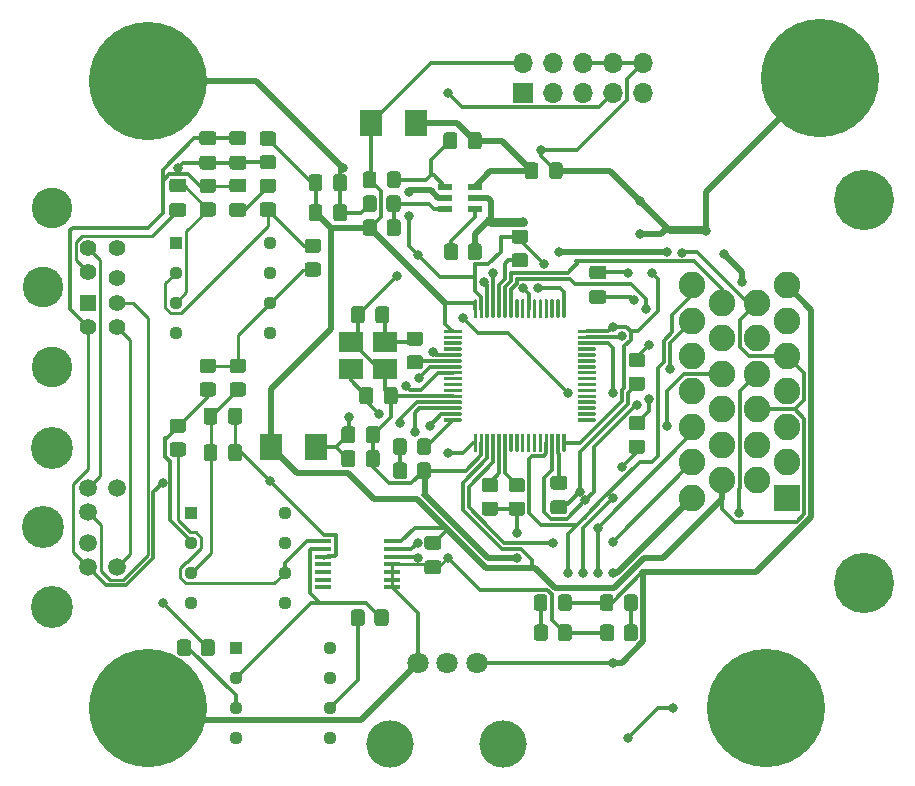
<source format=gtl>
%TF.GenerationSoftware,KiCad,Pcbnew,(5.1.10)-1*%
%TF.CreationDate,2022-05-04T21:28:41+02:00*%
%TF.ProjectId,telemetria tyl,74656c65-6d65-4747-9269-612074796c2e,rev?*%
%TF.SameCoordinates,Original*%
%TF.FileFunction,Copper,L1,Top*%
%TF.FilePolarity,Positive*%
%FSLAX46Y46*%
G04 Gerber Fmt 4.6, Leading zero omitted, Abs format (unit mm)*
G04 Created by KiCad (PCBNEW (5.1.10)-1) date 2022-05-04 21:28:41*
%MOMM*%
%LPD*%
G01*
G04 APERTURE LIST*
%TA.AperFunction,ComponentPad*%
%ADD10C,1.800000*%
%TD*%
%TA.AperFunction,ComponentPad*%
%ADD11C,4.000000*%
%TD*%
%TA.AperFunction,ComponentPad*%
%ADD12C,1.509000*%
%TD*%
%TA.AperFunction,ComponentPad*%
%ADD13C,3.555000*%
%TD*%
%TA.AperFunction,SMDPad,CuDef*%
%ADD14R,1.854500X2.286000*%
%TD*%
%TA.AperFunction,ComponentPad*%
%ADD15C,0.900000*%
%TD*%
%TA.AperFunction,ComponentPad*%
%ADD16C,10.000000*%
%TD*%
%TA.AperFunction,ComponentPad*%
%ADD17R,2.250000X2.250000*%
%TD*%
%TA.AperFunction,ComponentPad*%
%ADD18C,2.250000*%
%TD*%
%TA.AperFunction,ComponentPad*%
%ADD19C,5.100000*%
%TD*%
%TA.AperFunction,SMDPad,CuDef*%
%ADD20R,2.100000X1.800000*%
%TD*%
%TA.AperFunction,SMDPad,CuDef*%
%ADD21R,1.475000X0.450000*%
%TD*%
%TA.AperFunction,ComponentPad*%
%ADD22R,1.130000X1.130000*%
%TD*%
%TA.AperFunction,ComponentPad*%
%ADD23C,1.130000*%
%TD*%
%TA.AperFunction,ComponentPad*%
%ADD24R,1.700000X1.700000*%
%TD*%
%TA.AperFunction,ComponentPad*%
%ADD25O,1.700000X1.700000*%
%TD*%
%TA.AperFunction,ComponentPad*%
%ADD26R,1.390000X1.390000*%
%TD*%
%TA.AperFunction,ComponentPad*%
%ADD27C,1.390000*%
%TD*%
%TA.AperFunction,ComponentPad*%
%ADD28C,3.440000*%
%TD*%
%TA.AperFunction,SMDPad,CuDef*%
%ADD29R,1.200000X0.600000*%
%TD*%
%TA.AperFunction,ViaPad*%
%ADD30C,0.800000*%
%TD*%
%TA.AperFunction,Conductor*%
%ADD31C,0.300000*%
%TD*%
%TA.AperFunction,Conductor*%
%ADD32C,0.500000*%
%TD*%
%TA.AperFunction,Conductor*%
%ADD33C,0.250000*%
%TD*%
%TA.AperFunction,Conductor*%
%ADD34C,0.750000*%
%TD*%
G04 APERTURE END LIST*
D10*
%TO.P,RV1,3*%
%TO.N,+5V*%
X63420000Y-74930000D03*
%TO.P,RV1,2*%
%TO.N,Net-(IC4-Pad4)*%
X60920000Y-74930000D03*
%TO.P,RV1,1*%
%TO.N,GND*%
X58420000Y-74930000D03*
D11*
%TO.P,RV1,*%
%TO.N,*%
X65640000Y-81780000D03*
X56070000Y-81780000D03*
%TD*%
D12*
%TO.P,Mini_DIN_OUT1,1*%
%TO.N,V_OUT*%
X30480000Y-64770000D03*
%TO.P,Mini_DIN_OUT1,2*%
%TO.N,GND_SPK*%
X30480000Y-62170000D03*
%TO.P,Mini_DIN_OUT1,3*%
%TO.N,GND_MIC&ANC*%
X30480000Y-66820000D03*
%TO.P,Mini_DIN_OUT1,4*%
%TO.N,SPK+*%
X30480000Y-60120000D03*
%TO.P,Mini_DIN_OUT1,5*%
%TO.N,TX_DATA*%
X32970000Y-66820000D03*
%TO.P,Mini_DIN_OUT1,6*%
%TO.N,Net-(Mini_DIN_OUT1-Pad6)*%
X32970000Y-60120000D03*
D13*
%TO.P,Mini_DIN_OUT1,MH1*%
%TO.N,Net-(Mini_DIN_OUT1-PadMH1)*%
X27480000Y-70230000D03*
%TO.P,Mini_DIN_OUT1,MH2*%
%TO.N,Net-(Mini_DIN_OUT1-PadMH2)*%
X26670000Y-63470000D03*
%TO.P,Mini_DIN_OUT1,MH3*%
%TO.N,Net-(Mini_DIN_OUT1-PadMH3)*%
X27480000Y-56710000D03*
%TD*%
%TO.P,R8,2*%
%TO.N,Net-(PS2-Pad3)*%
%TA.AperFunction,SMDPad,CuDef*%
G36*
G01*
X55772000Y-38550001D02*
X55772000Y-37649999D01*
G75*
G02*
X56021999Y-37400000I249999J0D01*
G01*
X56722001Y-37400000D01*
G75*
G02*
X56972000Y-37649999I0J-249999D01*
G01*
X56972000Y-38550001D01*
G75*
G02*
X56722001Y-38800000I-249999J0D01*
G01*
X56021999Y-38800000D01*
G75*
G02*
X55772000Y-38550001I0J249999D01*
G01*
G37*
%TD.AperFunction*%
%TO.P,R8,1*%
%TO.N,+3V3*%
%TA.AperFunction,SMDPad,CuDef*%
G36*
G01*
X53772000Y-38550001D02*
X53772000Y-37649999D01*
G75*
G02*
X54021999Y-37400000I249999J0D01*
G01*
X54722001Y-37400000D01*
G75*
G02*
X54972000Y-37649999I0J-249999D01*
G01*
X54972000Y-38550001D01*
G75*
G02*
X54722001Y-38800000I-249999J0D01*
G01*
X54021999Y-38800000D01*
G75*
G02*
X53772000Y-38550001I0J249999D01*
G01*
G37*
%TD.AperFunction*%
%TD*%
%TO.P,R7,2*%
%TO.N,GND*%
%TA.AperFunction,SMDPad,CuDef*%
G36*
G01*
X54956000Y-35617999D02*
X54956000Y-36518001D01*
G75*
G02*
X54706001Y-36768000I-249999J0D01*
G01*
X54005999Y-36768000D01*
G75*
G02*
X53756000Y-36518001I0J249999D01*
G01*
X53756000Y-35617999D01*
G75*
G02*
X54005999Y-35368000I249999J0D01*
G01*
X54706001Y-35368000D01*
G75*
G02*
X54956000Y-35617999I0J-249999D01*
G01*
G37*
%TD.AperFunction*%
%TO.P,R7,1*%
%TO.N,Net-(PS2-Pad3)*%
%TA.AperFunction,SMDPad,CuDef*%
G36*
G01*
X56956000Y-35617999D02*
X56956000Y-36518001D01*
G75*
G02*
X56706001Y-36768000I-249999J0D01*
G01*
X56005999Y-36768000D01*
G75*
G02*
X55756000Y-36518001I0J249999D01*
G01*
X55756000Y-35617999D01*
G75*
G02*
X56005999Y-35368000I249999J0D01*
G01*
X56706001Y-35368000D01*
G75*
G02*
X56956000Y-35617999I0J-249999D01*
G01*
G37*
%TD.AperFunction*%
%TD*%
D14*
%TO.P,L2,2*%
%TO.N,+3V3*%
X54495750Y-29210000D03*
%TO.P,L2,1*%
%TO.N,Net-(C4-Pad1)*%
X58280250Y-29210000D03*
%TD*%
%TO.P,D7,2*%
%TO.N,+3V3*%
%TA.AperFunction,SMDPad,CuDef*%
G36*
G01*
X54913000Y-33585999D02*
X54913000Y-34486001D01*
G75*
G02*
X54663001Y-34736000I-249999J0D01*
G01*
X54012999Y-34736000D01*
G75*
G02*
X53763000Y-34486001I0J249999D01*
G01*
X53763000Y-33585999D01*
G75*
G02*
X54012999Y-33336000I249999J0D01*
G01*
X54663001Y-33336000D01*
G75*
G02*
X54913000Y-33585999I0J-249999D01*
G01*
G37*
%TD.AperFunction*%
%TO.P,D7,1*%
%TO.N,Net-(C4-Pad2)*%
%TA.AperFunction,SMDPad,CuDef*%
G36*
G01*
X56963000Y-33585999D02*
X56963000Y-34486001D01*
G75*
G02*
X56713001Y-34736000I-249999J0D01*
G01*
X56062999Y-34736000D01*
G75*
G02*
X55813000Y-34486001I0J249999D01*
G01*
X55813000Y-33585999D01*
G75*
G02*
X56062999Y-33336000I249999J0D01*
G01*
X56713001Y-33336000D01*
G75*
G02*
X56963000Y-33585999I0J-249999D01*
G01*
G37*
%TD.AperFunction*%
%TD*%
%TO.P,D6,2*%
%TO.N,GND*%
%TA.AperFunction,SMDPad,CuDef*%
G36*
G01*
X69529000Y-33724001D02*
X69529000Y-32823999D01*
G75*
G02*
X69778999Y-32574000I249999J0D01*
G01*
X70429001Y-32574000D01*
G75*
G02*
X70679000Y-32823999I0J-249999D01*
G01*
X70679000Y-33724001D01*
G75*
G02*
X70429001Y-33974000I-249999J0D01*
G01*
X69778999Y-33974000D01*
G75*
G02*
X69529000Y-33724001I0J249999D01*
G01*
G37*
%TD.AperFunction*%
%TO.P,D6,1*%
%TO.N,Net-(C4-Pad1)*%
%TA.AperFunction,SMDPad,CuDef*%
G36*
G01*
X67479000Y-33724001D02*
X67479000Y-32823999D01*
G75*
G02*
X67728999Y-32574000I249999J0D01*
G01*
X68379001Y-32574000D01*
G75*
G02*
X68629000Y-32823999I0J-249999D01*
G01*
X68629000Y-33724001D01*
G75*
G02*
X68379001Y-33974000I-249999J0D01*
G01*
X67728999Y-33974000D01*
G75*
G02*
X67479000Y-33724001I0J249999D01*
G01*
G37*
%TD.AperFunction*%
%TD*%
%TO.P,C7,2*%
%TO.N,GND*%
%TA.AperFunction,SMDPad,CuDef*%
G36*
G01*
X51250000Y-34765000D02*
X51250000Y-33815000D01*
G75*
G02*
X51500000Y-33565000I250000J0D01*
G01*
X52175000Y-33565000D01*
G75*
G02*
X52425000Y-33815000I0J-250000D01*
G01*
X52425000Y-34765000D01*
G75*
G02*
X52175000Y-35015000I-250000J0D01*
G01*
X51500000Y-35015000D01*
G75*
G02*
X51250000Y-34765000I0J250000D01*
G01*
G37*
%TD.AperFunction*%
%TO.P,C7,1*%
%TO.N,+3V3*%
%TA.AperFunction,SMDPad,CuDef*%
G36*
G01*
X49175000Y-34765000D02*
X49175000Y-33815000D01*
G75*
G02*
X49425000Y-33565000I250000J0D01*
G01*
X50100000Y-33565000D01*
G75*
G02*
X50350000Y-33815000I0J-250000D01*
G01*
X50350000Y-34765000D01*
G75*
G02*
X50100000Y-35015000I-250000J0D01*
G01*
X49425000Y-35015000D01*
G75*
G02*
X49175000Y-34765000I0J250000D01*
G01*
G37*
%TD.AperFunction*%
%TD*%
%TO.P,C4,2*%
%TO.N,Net-(C4-Pad2)*%
%TA.AperFunction,SMDPad,CuDef*%
G36*
G01*
X61758500Y-30259000D02*
X61758500Y-31209000D01*
G75*
G02*
X61508500Y-31459000I-250000J0D01*
G01*
X60833500Y-31459000D01*
G75*
G02*
X60583500Y-31209000I0J250000D01*
G01*
X60583500Y-30259000D01*
G75*
G02*
X60833500Y-30009000I250000J0D01*
G01*
X61508500Y-30009000D01*
G75*
G02*
X61758500Y-30259000I0J-250000D01*
G01*
G37*
%TD.AperFunction*%
%TO.P,C4,1*%
%TO.N,Net-(C4-Pad1)*%
%TA.AperFunction,SMDPad,CuDef*%
G36*
G01*
X63833500Y-30259000D02*
X63833500Y-31209000D01*
G75*
G02*
X63583500Y-31459000I-250000J0D01*
G01*
X62908500Y-31459000D01*
G75*
G02*
X62658500Y-31209000I0J250000D01*
G01*
X62658500Y-30259000D01*
G75*
G02*
X62908500Y-30009000I250000J0D01*
G01*
X63583500Y-30009000D01*
G75*
G02*
X63833500Y-30259000I0J-250000D01*
G01*
G37*
%TD.AperFunction*%
%TD*%
%TO.P,1k2,2*%
%TO.N,GND*%
%TA.AperFunction,SMDPad,CuDef*%
G36*
G01*
X76511999Y-56042000D02*
X77412001Y-56042000D01*
G75*
G02*
X77662000Y-56291999I0J-249999D01*
G01*
X77662000Y-56992001D01*
G75*
G02*
X77412001Y-57242000I-249999J0D01*
G01*
X76511999Y-57242000D01*
G75*
G02*
X76262000Y-56992001I0J249999D01*
G01*
X76262000Y-56291999D01*
G75*
G02*
X76511999Y-56042000I249999J0D01*
G01*
G37*
%TD.AperFunction*%
%TO.P,1k2,1*%
%TO.N,VSS_IN_2*%
%TA.AperFunction,SMDPad,CuDef*%
G36*
G01*
X76511999Y-54042000D02*
X77412001Y-54042000D01*
G75*
G02*
X77662000Y-54291999I0J-249999D01*
G01*
X77662000Y-54992001D01*
G75*
G02*
X77412001Y-55242000I-249999J0D01*
G01*
X76511999Y-55242000D01*
G75*
G02*
X76262000Y-54992001I0J249999D01*
G01*
X76262000Y-54291999D01*
G75*
G02*
X76511999Y-54042000I249999J0D01*
G01*
G37*
%TD.AperFunction*%
%TD*%
%TO.P,2.2uF2,2*%
%TO.N,Net-(2.2uF2-Pad2)*%
%TA.AperFunction,SMDPad,CuDef*%
G36*
G01*
X73185000Y-43376000D02*
X74135000Y-43376000D01*
G75*
G02*
X74385000Y-43626000I0J-250000D01*
G01*
X74385000Y-44301000D01*
G75*
G02*
X74135000Y-44551000I-250000J0D01*
G01*
X73185000Y-44551000D01*
G75*
G02*
X72935000Y-44301000I0J250000D01*
G01*
X72935000Y-43626000D01*
G75*
G02*
X73185000Y-43376000I250000J0D01*
G01*
G37*
%TD.AperFunction*%
%TO.P,2.2uF2,1*%
%TO.N,GND*%
%TA.AperFunction,SMDPad,CuDef*%
G36*
G01*
X73185000Y-41301000D02*
X74135000Y-41301000D01*
G75*
G02*
X74385000Y-41551000I0J-250000D01*
G01*
X74385000Y-42226000D01*
G75*
G02*
X74135000Y-42476000I-250000J0D01*
G01*
X73185000Y-42476000D01*
G75*
G02*
X72935000Y-42226000I0J250000D01*
G01*
X72935000Y-41551000D01*
G75*
G02*
X73185000Y-41301000I250000J0D01*
G01*
G37*
%TD.AperFunction*%
%TD*%
%TO.P,10k1,1*%
%TO.N,GND*%
%TA.AperFunction,SMDPad,CuDef*%
G36*
G01*
X66605999Y-38262000D02*
X67506001Y-38262000D01*
G75*
G02*
X67756000Y-38511999I0J-249999D01*
G01*
X67756000Y-39212001D01*
G75*
G02*
X67506001Y-39462000I-249999J0D01*
G01*
X66605999Y-39462000D01*
G75*
G02*
X66356000Y-39212001I0J249999D01*
G01*
X66356000Y-38511999D01*
G75*
G02*
X66605999Y-38262000I249999J0D01*
G01*
G37*
%TD.AperFunction*%
%TO.P,10k1,2*%
%TO.N,Net-(10k1-Pad2)*%
%TA.AperFunction,SMDPad,CuDef*%
G36*
G01*
X66605999Y-40262000D02*
X67506001Y-40262000D01*
G75*
G02*
X67756000Y-40511999I0J-249999D01*
G01*
X67756000Y-41212001D01*
G75*
G02*
X67506001Y-41462000I-249999J0D01*
G01*
X66605999Y-41462000D01*
G75*
G02*
X66356000Y-41212001I0J249999D01*
G01*
X66356000Y-40511999D01*
G75*
G02*
X66605999Y-40262000I249999J0D01*
G01*
G37*
%TD.AperFunction*%
%TD*%
%TO.P,1k1,1*%
%TO.N,VSS_IN_1*%
%TA.AperFunction,SMDPad,CuDef*%
G36*
G01*
X76511999Y-48708000D02*
X77412001Y-48708000D01*
G75*
G02*
X77662000Y-48957999I0J-249999D01*
G01*
X77662000Y-49658001D01*
G75*
G02*
X77412001Y-49908000I-249999J0D01*
G01*
X76511999Y-49908000D01*
G75*
G02*
X76262000Y-49658001I0J249999D01*
G01*
X76262000Y-48957999D01*
G75*
G02*
X76511999Y-48708000I249999J0D01*
G01*
G37*
%TD.AperFunction*%
%TO.P,1k1,2*%
%TO.N,GND*%
%TA.AperFunction,SMDPad,CuDef*%
G36*
G01*
X76511999Y-50708000D02*
X77412001Y-50708000D01*
G75*
G02*
X77662000Y-50957999I0J-249999D01*
G01*
X77662000Y-51658001D01*
G75*
G02*
X77412001Y-51908000I-249999J0D01*
G01*
X76511999Y-51908000D01*
G75*
G02*
X76262000Y-51658001I0J249999D01*
G01*
X76262000Y-50957999D01*
G75*
G02*
X76511999Y-50708000I249999J0D01*
G01*
G37*
%TD.AperFunction*%
%TD*%
%TO.P,2.2uF1,1*%
%TO.N,GND*%
%TA.AperFunction,SMDPad,CuDef*%
G36*
G01*
X70833000Y-62352500D02*
X69883000Y-62352500D01*
G75*
G02*
X69633000Y-62102500I0J250000D01*
G01*
X69633000Y-61427500D01*
G75*
G02*
X69883000Y-61177500I250000J0D01*
G01*
X70833000Y-61177500D01*
G75*
G02*
X71083000Y-61427500I0J-250000D01*
G01*
X71083000Y-62102500D01*
G75*
G02*
X70833000Y-62352500I-250000J0D01*
G01*
G37*
%TD.AperFunction*%
%TO.P,2.2uF1,2*%
%TO.N,Net-(2.2uF1-Pad2)*%
%TA.AperFunction,SMDPad,CuDef*%
G36*
G01*
X70833000Y-60277500D02*
X69883000Y-60277500D01*
G75*
G02*
X69633000Y-60027500I0J250000D01*
G01*
X69633000Y-59352500D01*
G75*
G02*
X69883000Y-59102500I250000J0D01*
G01*
X70833000Y-59102500D01*
G75*
G02*
X71083000Y-59352500I0J-250000D01*
G01*
X71083000Y-60027500D01*
G75*
G02*
X70833000Y-60277500I-250000J0D01*
G01*
G37*
%TD.AperFunction*%
%TD*%
%TO.P,C1,1*%
%TO.N,RCC_OSC_IN*%
%TA.AperFunction,SMDPad,CuDef*%
G36*
G01*
X53471500Y-52799000D02*
X53471500Y-51849000D01*
G75*
G02*
X53721500Y-51599000I250000J0D01*
G01*
X54396500Y-51599000D01*
G75*
G02*
X54646500Y-51849000I0J-250000D01*
G01*
X54646500Y-52799000D01*
G75*
G02*
X54396500Y-53049000I-250000J0D01*
G01*
X53721500Y-53049000D01*
G75*
G02*
X53471500Y-52799000I0J250000D01*
G01*
G37*
%TD.AperFunction*%
%TO.P,C1,2*%
%TO.N,GND*%
%TA.AperFunction,SMDPad,CuDef*%
G36*
G01*
X55546500Y-52799000D02*
X55546500Y-51849000D01*
G75*
G02*
X55796500Y-51599000I250000J0D01*
G01*
X56471500Y-51599000D01*
G75*
G02*
X56721500Y-51849000I0J-250000D01*
G01*
X56721500Y-52799000D01*
G75*
G02*
X56471500Y-53049000I-250000J0D01*
G01*
X55796500Y-53049000D01*
G75*
G02*
X55546500Y-52799000I0J250000D01*
G01*
G37*
%TD.AperFunction*%
%TD*%
%TO.P,C8,2*%
%TO.N,GND*%
%TA.AperFunction,SMDPad,CuDef*%
G36*
G01*
X51250000Y-37305000D02*
X51250000Y-36355000D01*
G75*
G02*
X51500000Y-36105000I250000J0D01*
G01*
X52175000Y-36105000D01*
G75*
G02*
X52425000Y-36355000I0J-250000D01*
G01*
X52425000Y-37305000D01*
G75*
G02*
X52175000Y-37555000I-250000J0D01*
G01*
X51500000Y-37555000D01*
G75*
G02*
X51250000Y-37305000I0J250000D01*
G01*
G37*
%TD.AperFunction*%
%TO.P,C8,1*%
%TO.N,+3V3*%
%TA.AperFunction,SMDPad,CuDef*%
G36*
G01*
X49175000Y-37305000D02*
X49175000Y-36355000D01*
G75*
G02*
X49425000Y-36105000I250000J0D01*
G01*
X50100000Y-36105000D01*
G75*
G02*
X50350000Y-36355000I0J-250000D01*
G01*
X50350000Y-37305000D01*
G75*
G02*
X50100000Y-37555000I-250000J0D01*
G01*
X49425000Y-37555000D01*
G75*
G02*
X49175000Y-37305000I0J250000D01*
G01*
G37*
%TD.AperFunction*%
%TD*%
%TO.P,C2,1*%
%TO.N,Net-(C2-Pad1)*%
%TA.AperFunction,SMDPad,CuDef*%
G36*
G01*
X56002500Y-44991000D02*
X56002500Y-45941000D01*
G75*
G02*
X55752500Y-46191000I-250000J0D01*
G01*
X55077500Y-46191000D01*
G75*
G02*
X54827500Y-45941000I0J250000D01*
G01*
X54827500Y-44991000D01*
G75*
G02*
X55077500Y-44741000I250000J0D01*
G01*
X55752500Y-44741000D01*
G75*
G02*
X56002500Y-44991000I0J-250000D01*
G01*
G37*
%TD.AperFunction*%
%TO.P,C2,2*%
%TO.N,GND*%
%TA.AperFunction,SMDPad,CuDef*%
G36*
G01*
X53927500Y-44991000D02*
X53927500Y-45941000D01*
G75*
G02*
X53677500Y-46191000I-250000J0D01*
G01*
X53002500Y-46191000D01*
G75*
G02*
X52752500Y-45941000I0J250000D01*
G01*
X52752500Y-44991000D01*
G75*
G02*
X53002500Y-44741000I250000J0D01*
G01*
X53677500Y-44741000D01*
G75*
G02*
X53927500Y-44991000I0J-250000D01*
G01*
G37*
%TD.AperFunction*%
%TD*%
%TO.P,D5,1*%
%TO.N,Net-(D5-Pad1)*%
%TA.AperFunction,SMDPad,CuDef*%
G36*
G01*
X68250000Y-70300001D02*
X68250000Y-69399999D01*
G75*
G02*
X68499999Y-69150000I249999J0D01*
G01*
X69150001Y-69150000D01*
G75*
G02*
X69400000Y-69399999I0J-249999D01*
G01*
X69400000Y-70300001D01*
G75*
G02*
X69150001Y-70550000I-249999J0D01*
G01*
X68499999Y-70550000D01*
G75*
G02*
X68250000Y-70300001I0J249999D01*
G01*
G37*
%TD.AperFunction*%
%TO.P,D5,2*%
%TO.N,+5V*%
%TA.AperFunction,SMDPad,CuDef*%
G36*
G01*
X70300000Y-70300001D02*
X70300000Y-69399999D01*
G75*
G02*
X70549999Y-69150000I249999J0D01*
G01*
X71200001Y-69150000D01*
G75*
G02*
X71450000Y-69399999I0J-249999D01*
G01*
X71450000Y-70300001D01*
G75*
G02*
X71200001Y-70550000I-249999J0D01*
G01*
X70549999Y-70550000D01*
G75*
G02*
X70300000Y-70300001I0J249999D01*
G01*
G37*
%TD.AperFunction*%
%TD*%
D15*
%TO.P,H4,1*%
%TO.N,GND*%
X95107650Y-22748350D03*
X92456000Y-21650000D03*
X89804350Y-22748350D03*
X88706000Y-25400000D03*
X89804350Y-28051650D03*
X92456000Y-29150000D03*
X95107650Y-28051650D03*
X96206000Y-25400000D03*
D16*
X92456000Y-25400000D03*
%TD*%
D15*
%TO.P,H2,1*%
%TO.N,GND*%
X38211650Y-23002350D03*
X35560000Y-21904000D03*
X32908350Y-23002350D03*
X31810000Y-25654000D03*
X32908350Y-28305650D03*
X35560000Y-29404000D03*
X38211650Y-28305650D03*
X39310000Y-25654000D03*
D16*
X35560000Y-25654000D03*
%TD*%
%TO.P,R11,1*%
%TO.N,Net-(D1-Pad1)*%
%TA.AperFunction,SMDPad,CuDef*%
G36*
G01*
X56328000Y-59124001D02*
X56328000Y-58223999D01*
G75*
G02*
X56577999Y-57974000I249999J0D01*
G01*
X57278001Y-57974000D01*
G75*
G02*
X57528000Y-58223999I0J-249999D01*
G01*
X57528000Y-59124001D01*
G75*
G02*
X57278001Y-59374000I-249999J0D01*
G01*
X56577999Y-59374000D01*
G75*
G02*
X56328000Y-59124001I0J249999D01*
G01*
G37*
%TD.AperFunction*%
%TO.P,R11,2*%
%TO.N,GND*%
%TA.AperFunction,SMDPad,CuDef*%
G36*
G01*
X58328000Y-59124001D02*
X58328000Y-58223999D01*
G75*
G02*
X58577999Y-57974000I249999J0D01*
G01*
X59278001Y-57974000D01*
G75*
G02*
X59528000Y-58223999I0J-249999D01*
G01*
X59528000Y-59124001D01*
G75*
G02*
X59278001Y-59374000I-249999J0D01*
G01*
X58577999Y-59374000D01*
G75*
G02*
X58328000Y-59124001I0J249999D01*
G01*
G37*
%TD.AperFunction*%
%TD*%
%TO.P,D3,2*%
%TO.N,+5V*%
%TA.AperFunction,SMDPad,CuDef*%
G36*
G01*
X74988000Y-69399999D02*
X74988000Y-70300001D01*
G75*
G02*
X74738001Y-70550000I-249999J0D01*
G01*
X74087999Y-70550000D01*
G75*
G02*
X73838000Y-70300001I0J249999D01*
G01*
X73838000Y-69399999D01*
G75*
G02*
X74087999Y-69150000I249999J0D01*
G01*
X74738001Y-69150000D01*
G75*
G02*
X74988000Y-69399999I0J-249999D01*
G01*
G37*
%TD.AperFunction*%
%TO.P,D3,1*%
%TO.N,Net-(D3-Pad1)*%
%TA.AperFunction,SMDPad,CuDef*%
G36*
G01*
X77038000Y-69399999D02*
X77038000Y-70300001D01*
G75*
G02*
X76788001Y-70550000I-249999J0D01*
G01*
X76137999Y-70550000D01*
G75*
G02*
X75888000Y-70300001I0J249999D01*
G01*
X75888000Y-69399999D01*
G75*
G02*
X76137999Y-69150000I249999J0D01*
G01*
X76788001Y-69150000D01*
G75*
G02*
X77038000Y-69399999I0J-249999D01*
G01*
G37*
%TD.AperFunction*%
%TD*%
%TO.P,H1,1*%
%TO.N,GND*%
X35560000Y-78740000D03*
D15*
X39310000Y-78740000D03*
X38211650Y-81391650D03*
X35560000Y-82490000D03*
X32908350Y-81391650D03*
X31810000Y-78740000D03*
X32908350Y-76088350D03*
X35560000Y-74990000D03*
X38211650Y-76088350D03*
%TD*%
%TO.P,U1,1*%
%TO.N,+3V3*%
%TA.AperFunction,SMDPad,CuDef*%
G36*
G01*
X60600920Y-46949740D02*
X60600920Y-46799740D01*
G75*
G02*
X60675920Y-46724740I75000J0D01*
G01*
X62075920Y-46724740D01*
G75*
G02*
X62150920Y-46799740I0J-75000D01*
G01*
X62150920Y-46949740D01*
G75*
G02*
X62075920Y-47024740I-75000J0D01*
G01*
X60675920Y-47024740D01*
G75*
G02*
X60600920Y-46949740I0J75000D01*
G01*
G37*
%TD.AperFunction*%
%TO.P,U1,2*%
%TO.N,Net-(U1-Pad2)*%
%TA.AperFunction,SMDPad,CuDef*%
G36*
G01*
X60600920Y-47449740D02*
X60600920Y-47299740D01*
G75*
G02*
X60675920Y-47224740I75000J0D01*
G01*
X62075920Y-47224740D01*
G75*
G02*
X62150920Y-47299740I0J-75000D01*
G01*
X62150920Y-47449740D01*
G75*
G02*
X62075920Y-47524740I-75000J0D01*
G01*
X60675920Y-47524740D01*
G75*
G02*
X60600920Y-47449740I0J75000D01*
G01*
G37*
%TD.AperFunction*%
%TO.P,U1,3*%
%TO.N,Net-(U1-Pad3)*%
%TA.AperFunction,SMDPad,CuDef*%
G36*
G01*
X60600920Y-47949740D02*
X60600920Y-47799740D01*
G75*
G02*
X60675920Y-47724740I75000J0D01*
G01*
X62075920Y-47724740D01*
G75*
G02*
X62150920Y-47799740I0J-75000D01*
G01*
X62150920Y-47949740D01*
G75*
G02*
X62075920Y-48024740I-75000J0D01*
G01*
X60675920Y-48024740D01*
G75*
G02*
X60600920Y-47949740I0J75000D01*
G01*
G37*
%TD.AperFunction*%
%TO.P,U1,4*%
%TO.N,Net-(U1-Pad4)*%
%TA.AperFunction,SMDPad,CuDef*%
G36*
G01*
X60600920Y-48449740D02*
X60600920Y-48299740D01*
G75*
G02*
X60675920Y-48224740I75000J0D01*
G01*
X62075920Y-48224740D01*
G75*
G02*
X62150920Y-48299740I0J-75000D01*
G01*
X62150920Y-48449740D01*
G75*
G02*
X62075920Y-48524740I-75000J0D01*
G01*
X60675920Y-48524740D01*
G75*
G02*
X60600920Y-48449740I0J75000D01*
G01*
G37*
%TD.AperFunction*%
%TO.P,U1,5*%
%TO.N,RCC_OSC_IN*%
%TA.AperFunction,SMDPad,CuDef*%
G36*
G01*
X60600920Y-48949740D02*
X60600920Y-48799740D01*
G75*
G02*
X60675920Y-48724740I75000J0D01*
G01*
X62075920Y-48724740D01*
G75*
G02*
X62150920Y-48799740I0J-75000D01*
G01*
X62150920Y-48949740D01*
G75*
G02*
X62075920Y-49024740I-75000J0D01*
G01*
X60675920Y-49024740D01*
G75*
G02*
X60600920Y-48949740I0J75000D01*
G01*
G37*
%TD.AperFunction*%
%TO.P,U1,6*%
%TO.N,RCC_OSC_OUT*%
%TA.AperFunction,SMDPad,CuDef*%
G36*
G01*
X60600920Y-49449740D02*
X60600920Y-49299740D01*
G75*
G02*
X60675920Y-49224740I75000J0D01*
G01*
X62075920Y-49224740D01*
G75*
G02*
X62150920Y-49299740I0J-75000D01*
G01*
X62150920Y-49449740D01*
G75*
G02*
X62075920Y-49524740I-75000J0D01*
G01*
X60675920Y-49524740D01*
G75*
G02*
X60600920Y-49449740I0J75000D01*
G01*
G37*
%TD.AperFunction*%
%TO.P,U1,7*%
%TO.N,NRST*%
%TA.AperFunction,SMDPad,CuDef*%
G36*
G01*
X60600920Y-49949740D02*
X60600920Y-49799740D01*
G75*
G02*
X60675920Y-49724740I75000J0D01*
G01*
X62075920Y-49724740D01*
G75*
G02*
X62150920Y-49799740I0J-75000D01*
G01*
X62150920Y-49949740D01*
G75*
G02*
X62075920Y-50024740I-75000J0D01*
G01*
X60675920Y-50024740D01*
G75*
G02*
X60600920Y-49949740I0J75000D01*
G01*
G37*
%TD.AperFunction*%
%TO.P,U1,8*%
%TO.N,PTT*%
%TA.AperFunction,SMDPad,CuDef*%
G36*
G01*
X60600920Y-50449740D02*
X60600920Y-50299740D01*
G75*
G02*
X60675920Y-50224740I75000J0D01*
G01*
X62075920Y-50224740D01*
G75*
G02*
X62150920Y-50299740I0J-75000D01*
G01*
X62150920Y-50449740D01*
G75*
G02*
X62075920Y-50524740I-75000J0D01*
G01*
X60675920Y-50524740D01*
G75*
G02*
X60600920Y-50449740I0J75000D01*
G01*
G37*
%TD.AperFunction*%
%TO.P,U1,9*%
%TO.N,Net-(U1-Pad9)*%
%TA.AperFunction,SMDPad,CuDef*%
G36*
G01*
X60600920Y-50949740D02*
X60600920Y-50799740D01*
G75*
G02*
X60675920Y-50724740I75000J0D01*
G01*
X62075920Y-50724740D01*
G75*
G02*
X62150920Y-50799740I0J-75000D01*
G01*
X62150920Y-50949740D01*
G75*
G02*
X62075920Y-51024740I-75000J0D01*
G01*
X60675920Y-51024740D01*
G75*
G02*
X60600920Y-50949740I0J75000D01*
G01*
G37*
%TD.AperFunction*%
%TO.P,U1,10*%
%TO.N,Net-(U1-Pad10)*%
%TA.AperFunction,SMDPad,CuDef*%
G36*
G01*
X60600920Y-51449740D02*
X60600920Y-51299740D01*
G75*
G02*
X60675920Y-51224740I75000J0D01*
G01*
X62075920Y-51224740D01*
G75*
G02*
X62150920Y-51299740I0J-75000D01*
G01*
X62150920Y-51449740D01*
G75*
G02*
X62075920Y-51524740I-75000J0D01*
G01*
X60675920Y-51524740D01*
G75*
G02*
X60600920Y-51449740I0J75000D01*
G01*
G37*
%TD.AperFunction*%
%TO.P,U1,11*%
%TO.N,Net-(U1-Pad11)*%
%TA.AperFunction,SMDPad,CuDef*%
G36*
G01*
X60600920Y-51949740D02*
X60600920Y-51799740D01*
G75*
G02*
X60675920Y-51724740I75000J0D01*
G01*
X62075920Y-51724740D01*
G75*
G02*
X62150920Y-51799740I0J-75000D01*
G01*
X62150920Y-51949740D01*
G75*
G02*
X62075920Y-52024740I-75000J0D01*
G01*
X60675920Y-52024740D01*
G75*
G02*
X60600920Y-51949740I0J75000D01*
G01*
G37*
%TD.AperFunction*%
%TO.P,U1,12*%
%TO.N,GND*%
%TA.AperFunction,SMDPad,CuDef*%
G36*
G01*
X60600920Y-52449740D02*
X60600920Y-52299740D01*
G75*
G02*
X60675920Y-52224740I75000J0D01*
G01*
X62075920Y-52224740D01*
G75*
G02*
X62150920Y-52299740I0J-75000D01*
G01*
X62150920Y-52449740D01*
G75*
G02*
X62075920Y-52524740I-75000J0D01*
G01*
X60675920Y-52524740D01*
G75*
G02*
X60600920Y-52449740I0J75000D01*
G01*
G37*
%TD.AperFunction*%
%TO.P,U1,13*%
%TO.N,+3.3VA*%
%TA.AperFunction,SMDPad,CuDef*%
G36*
G01*
X60600920Y-52949740D02*
X60600920Y-52799740D01*
G75*
G02*
X60675920Y-52724740I75000J0D01*
G01*
X62075920Y-52724740D01*
G75*
G02*
X62150920Y-52799740I0J-75000D01*
G01*
X62150920Y-52949740D01*
G75*
G02*
X62075920Y-53024740I-75000J0D01*
G01*
X60675920Y-53024740D01*
G75*
G02*
X60600920Y-52949740I0J75000D01*
G01*
G37*
%TD.AperFunction*%
%TO.P,U1,14*%
%TO.N,ADC1_IN0_AMORKI*%
%TA.AperFunction,SMDPad,CuDef*%
G36*
G01*
X60600920Y-53449740D02*
X60600920Y-53299740D01*
G75*
G02*
X60675920Y-53224740I75000J0D01*
G01*
X62075920Y-53224740D01*
G75*
G02*
X62150920Y-53299740I0J-75000D01*
G01*
X62150920Y-53449740D01*
G75*
G02*
X62075920Y-53524740I-75000J0D01*
G01*
X60675920Y-53524740D01*
G75*
G02*
X60600920Y-53449740I0J75000D01*
G01*
G37*
%TD.AperFunction*%
%TO.P,U1,15*%
%TO.N,ADC2_IN1_AMORKI*%
%TA.AperFunction,SMDPad,CuDef*%
G36*
G01*
X60600920Y-53949740D02*
X60600920Y-53799740D01*
G75*
G02*
X60675920Y-53724740I75000J0D01*
G01*
X62075920Y-53724740D01*
G75*
G02*
X62150920Y-53799740I0J-75000D01*
G01*
X62150920Y-53949740D01*
G75*
G02*
X62075920Y-54024740I-75000J0D01*
G01*
X60675920Y-54024740D01*
G75*
G02*
X60600920Y-53949740I0J75000D01*
G01*
G37*
%TD.AperFunction*%
%TO.P,U1,16*%
%TO.N,LED_STATUS*%
%TA.AperFunction,SMDPad,CuDef*%
G36*
G01*
X60600920Y-54449740D02*
X60600920Y-54299740D01*
G75*
G02*
X60675920Y-54224740I75000J0D01*
G01*
X62075920Y-54224740D01*
G75*
G02*
X62150920Y-54299740I0J-75000D01*
G01*
X62150920Y-54449740D01*
G75*
G02*
X62075920Y-54524740I-75000J0D01*
G01*
X60675920Y-54524740D01*
G75*
G02*
X60600920Y-54449740I0J75000D01*
G01*
G37*
%TD.AperFunction*%
%TO.P,U1,17*%
%TO.N,BREAK_PRESSURE_0*%
%TA.AperFunction,SMDPad,CuDef*%
G36*
G01*
X63150920Y-56999740D02*
X63150920Y-55599740D01*
G75*
G02*
X63225920Y-55524740I75000J0D01*
G01*
X63375920Y-55524740D01*
G75*
G02*
X63450920Y-55599740I0J-75000D01*
G01*
X63450920Y-56999740D01*
G75*
G02*
X63375920Y-57074740I-75000J0D01*
G01*
X63225920Y-57074740D01*
G75*
G02*
X63150920Y-56999740I0J75000D01*
G01*
G37*
%TD.AperFunction*%
%TO.P,U1,18*%
%TO.N,GND*%
%TA.AperFunction,SMDPad,CuDef*%
G36*
G01*
X63650920Y-56999740D02*
X63650920Y-55599740D01*
G75*
G02*
X63725920Y-55524740I75000J0D01*
G01*
X63875920Y-55524740D01*
G75*
G02*
X63950920Y-55599740I0J-75000D01*
G01*
X63950920Y-56999740D01*
G75*
G02*
X63875920Y-57074740I-75000J0D01*
G01*
X63725920Y-57074740D01*
G75*
G02*
X63650920Y-56999740I0J75000D01*
G01*
G37*
%TD.AperFunction*%
%TO.P,U1,19*%
%TO.N,+3V3*%
%TA.AperFunction,SMDPad,CuDef*%
G36*
G01*
X64150920Y-56999740D02*
X64150920Y-55599740D01*
G75*
G02*
X64225920Y-55524740I75000J0D01*
G01*
X64375920Y-55524740D01*
G75*
G02*
X64450920Y-55599740I0J-75000D01*
G01*
X64450920Y-56999740D01*
G75*
G02*
X64375920Y-57074740I-75000J0D01*
G01*
X64225920Y-57074740D01*
G75*
G02*
X64150920Y-56999740I0J75000D01*
G01*
G37*
%TD.AperFunction*%
%TO.P,U1,20*%
%TO.N,BREAK_PRESSURE_ADC*%
%TA.AperFunction,SMDPad,CuDef*%
G36*
G01*
X64650920Y-56999740D02*
X64650920Y-55599740D01*
G75*
G02*
X64725920Y-55524740I75000J0D01*
G01*
X64875920Y-55524740D01*
G75*
G02*
X64950920Y-55599740I0J-75000D01*
G01*
X64950920Y-56999740D01*
G75*
G02*
X64875920Y-57074740I-75000J0D01*
G01*
X64725920Y-57074740D01*
G75*
G02*
X64650920Y-56999740I0J75000D01*
G01*
G37*
%TD.AperFunction*%
%TO.P,U1,21*%
%TO.N,TIM2_ETR*%
%TA.AperFunction,SMDPad,CuDef*%
G36*
G01*
X65150920Y-56999740D02*
X65150920Y-55599740D01*
G75*
G02*
X65225920Y-55524740I75000J0D01*
G01*
X65375920Y-55524740D01*
G75*
G02*
X65450920Y-55599740I0J-75000D01*
G01*
X65450920Y-56999740D01*
G75*
G02*
X65375920Y-57074740I-75000J0D01*
G01*
X65225920Y-57074740D01*
G75*
G02*
X65150920Y-56999740I0J75000D01*
G01*
G37*
%TD.AperFunction*%
%TO.P,U1,22*%
%TO.N,TIM3_ETR*%
%TA.AperFunction,SMDPad,CuDef*%
G36*
G01*
X65650920Y-56999740D02*
X65650920Y-55599740D01*
G75*
G02*
X65725920Y-55524740I75000J0D01*
G01*
X65875920Y-55524740D01*
G75*
G02*
X65950920Y-55599740I0J-75000D01*
G01*
X65950920Y-56999740D01*
G75*
G02*
X65875920Y-57074740I-75000J0D01*
G01*
X65725920Y-57074740D01*
G75*
G02*
X65650920Y-56999740I0J75000D01*
G01*
G37*
%TD.AperFunction*%
%TO.P,U1,23*%
%TO.N,Net-(U1-Pad23)*%
%TA.AperFunction,SMDPad,CuDef*%
G36*
G01*
X66150920Y-56999740D02*
X66150920Y-55599740D01*
G75*
G02*
X66225920Y-55524740I75000J0D01*
G01*
X66375920Y-55524740D01*
G75*
G02*
X66450920Y-55599740I0J-75000D01*
G01*
X66450920Y-56999740D01*
G75*
G02*
X66375920Y-57074740I-75000J0D01*
G01*
X66225920Y-57074740D01*
G75*
G02*
X66150920Y-56999740I0J75000D01*
G01*
G37*
%TD.AperFunction*%
%TO.P,U1,24*%
%TO.N,Net-(U1-Pad24)*%
%TA.AperFunction,SMDPad,CuDef*%
G36*
G01*
X66650920Y-56999740D02*
X66650920Y-55599740D01*
G75*
G02*
X66725920Y-55524740I75000J0D01*
G01*
X66875920Y-55524740D01*
G75*
G02*
X66950920Y-55599740I0J-75000D01*
G01*
X66950920Y-56999740D01*
G75*
G02*
X66875920Y-57074740I-75000J0D01*
G01*
X66725920Y-57074740D01*
G75*
G02*
X66650920Y-56999740I0J75000D01*
G01*
G37*
%TD.AperFunction*%
%TO.P,U1,25*%
%TO.N,Net-(U1-Pad25)*%
%TA.AperFunction,SMDPad,CuDef*%
G36*
G01*
X67150920Y-56999740D02*
X67150920Y-55599740D01*
G75*
G02*
X67225920Y-55524740I75000J0D01*
G01*
X67375920Y-55524740D01*
G75*
G02*
X67450920Y-55599740I0J-75000D01*
G01*
X67450920Y-56999740D01*
G75*
G02*
X67375920Y-57074740I-75000J0D01*
G01*
X67225920Y-57074740D01*
G75*
G02*
X67150920Y-56999740I0J75000D01*
G01*
G37*
%TD.AperFunction*%
%TO.P,U1,26*%
%TO.N,Net-(U1-Pad26)*%
%TA.AperFunction,SMDPad,CuDef*%
G36*
G01*
X67650920Y-56999740D02*
X67650920Y-55599740D01*
G75*
G02*
X67725920Y-55524740I75000J0D01*
G01*
X67875920Y-55524740D01*
G75*
G02*
X67950920Y-55599740I0J-75000D01*
G01*
X67950920Y-56999740D01*
G75*
G02*
X67875920Y-57074740I-75000J0D01*
G01*
X67725920Y-57074740D01*
G75*
G02*
X67650920Y-56999740I0J75000D01*
G01*
G37*
%TD.AperFunction*%
%TO.P,U1,27*%
%TO.N,Net-(U1-Pad27)*%
%TA.AperFunction,SMDPad,CuDef*%
G36*
G01*
X68150920Y-56999740D02*
X68150920Y-55599740D01*
G75*
G02*
X68225920Y-55524740I75000J0D01*
G01*
X68375920Y-55524740D01*
G75*
G02*
X68450920Y-55599740I0J-75000D01*
G01*
X68450920Y-56999740D01*
G75*
G02*
X68375920Y-57074740I-75000J0D01*
G01*
X68225920Y-57074740D01*
G75*
G02*
X68150920Y-56999740I0J75000D01*
G01*
G37*
%TD.AperFunction*%
%TO.P,U1,28*%
%TO.N,Net-(U1-Pad28)*%
%TA.AperFunction,SMDPad,CuDef*%
G36*
G01*
X68650920Y-56999740D02*
X68650920Y-55599740D01*
G75*
G02*
X68725920Y-55524740I75000J0D01*
G01*
X68875920Y-55524740D01*
G75*
G02*
X68950920Y-55599740I0J-75000D01*
G01*
X68950920Y-56999740D01*
G75*
G02*
X68875920Y-57074740I-75000J0D01*
G01*
X68725920Y-57074740D01*
G75*
G02*
X68650920Y-56999740I0J75000D01*
G01*
G37*
%TD.AperFunction*%
%TO.P,U1,29*%
%TO.N,I2C2_SCL*%
%TA.AperFunction,SMDPad,CuDef*%
G36*
G01*
X69150920Y-56999740D02*
X69150920Y-55599740D01*
G75*
G02*
X69225920Y-55524740I75000J0D01*
G01*
X69375920Y-55524740D01*
G75*
G02*
X69450920Y-55599740I0J-75000D01*
G01*
X69450920Y-56999740D01*
G75*
G02*
X69375920Y-57074740I-75000J0D01*
G01*
X69225920Y-57074740D01*
G75*
G02*
X69150920Y-56999740I0J75000D01*
G01*
G37*
%TD.AperFunction*%
%TO.P,U1,30*%
%TO.N,12C2_SDA*%
%TA.AperFunction,SMDPad,CuDef*%
G36*
G01*
X69650920Y-56999740D02*
X69650920Y-55599740D01*
G75*
G02*
X69725920Y-55524740I75000J0D01*
G01*
X69875920Y-55524740D01*
G75*
G02*
X69950920Y-55599740I0J-75000D01*
G01*
X69950920Y-56999740D01*
G75*
G02*
X69875920Y-57074740I-75000J0D01*
G01*
X69725920Y-57074740D01*
G75*
G02*
X69650920Y-56999740I0J75000D01*
G01*
G37*
%TD.AperFunction*%
%TO.P,U1,31*%
%TO.N,Net-(2.2uF1-Pad2)*%
%TA.AperFunction,SMDPad,CuDef*%
G36*
G01*
X70150920Y-56999740D02*
X70150920Y-55599740D01*
G75*
G02*
X70225920Y-55524740I75000J0D01*
G01*
X70375920Y-55524740D01*
G75*
G02*
X70450920Y-55599740I0J-75000D01*
G01*
X70450920Y-56999740D01*
G75*
G02*
X70375920Y-57074740I-75000J0D01*
G01*
X70225920Y-57074740D01*
G75*
G02*
X70150920Y-56999740I0J75000D01*
G01*
G37*
%TD.AperFunction*%
%TO.P,U1,32*%
%TO.N,+3V3*%
%TA.AperFunction,SMDPad,CuDef*%
G36*
G01*
X70650920Y-56999740D02*
X70650920Y-55599740D01*
G75*
G02*
X70725920Y-55524740I75000J0D01*
G01*
X70875920Y-55524740D01*
G75*
G02*
X70950920Y-55599740I0J-75000D01*
G01*
X70950920Y-56999740D01*
G75*
G02*
X70875920Y-57074740I-75000J0D01*
G01*
X70725920Y-57074740D01*
G75*
G02*
X70650920Y-56999740I0J75000D01*
G01*
G37*
%TD.AperFunction*%
%TO.P,U1,33*%
%TO.N,Net-(U1-Pad33)*%
%TA.AperFunction,SMDPad,CuDef*%
G36*
G01*
X71950920Y-54449740D02*
X71950920Y-54299740D01*
G75*
G02*
X72025920Y-54224740I75000J0D01*
G01*
X73425920Y-54224740D01*
G75*
G02*
X73500920Y-54299740I0J-75000D01*
G01*
X73500920Y-54449740D01*
G75*
G02*
X73425920Y-54524740I-75000J0D01*
G01*
X72025920Y-54524740D01*
G75*
G02*
X71950920Y-54449740I0J75000D01*
G01*
G37*
%TD.AperFunction*%
%TO.P,U1,34*%
%TO.N,Net-(U1-Pad34)*%
%TA.AperFunction,SMDPad,CuDef*%
G36*
G01*
X71950920Y-53949740D02*
X71950920Y-53799740D01*
G75*
G02*
X72025920Y-53724740I75000J0D01*
G01*
X73425920Y-53724740D01*
G75*
G02*
X73500920Y-53799740I0J-75000D01*
G01*
X73500920Y-53949740D01*
G75*
G02*
X73425920Y-54024740I-75000J0D01*
G01*
X72025920Y-54024740D01*
G75*
G02*
X71950920Y-53949740I0J75000D01*
G01*
G37*
%TD.AperFunction*%
%TO.P,U1,35*%
%TO.N,Net-(U1-Pad35)*%
%TA.AperFunction,SMDPad,CuDef*%
G36*
G01*
X71950920Y-53449740D02*
X71950920Y-53299740D01*
G75*
G02*
X72025920Y-53224740I75000J0D01*
G01*
X73425920Y-53224740D01*
G75*
G02*
X73500920Y-53299740I0J-75000D01*
G01*
X73500920Y-53449740D01*
G75*
G02*
X73425920Y-53524740I-75000J0D01*
G01*
X72025920Y-53524740D01*
G75*
G02*
X71950920Y-53449740I0J75000D01*
G01*
G37*
%TD.AperFunction*%
%TO.P,U1,36*%
%TO.N,Net-(U1-Pad36)*%
%TA.AperFunction,SMDPad,CuDef*%
G36*
G01*
X71950920Y-52949740D02*
X71950920Y-52799740D01*
G75*
G02*
X72025920Y-52724740I75000J0D01*
G01*
X73425920Y-52724740D01*
G75*
G02*
X73500920Y-52799740I0J-75000D01*
G01*
X73500920Y-52949740D01*
G75*
G02*
X73425920Y-53024740I-75000J0D01*
G01*
X72025920Y-53024740D01*
G75*
G02*
X71950920Y-52949740I0J75000D01*
G01*
G37*
%TD.AperFunction*%
%TO.P,U1,37*%
%TO.N,Net-(U1-Pad37)*%
%TA.AperFunction,SMDPad,CuDef*%
G36*
G01*
X71950920Y-52449740D02*
X71950920Y-52299740D01*
G75*
G02*
X72025920Y-52224740I75000J0D01*
G01*
X73425920Y-52224740D01*
G75*
G02*
X73500920Y-52299740I0J-75000D01*
G01*
X73500920Y-52449740D01*
G75*
G02*
X73425920Y-52524740I-75000J0D01*
G01*
X72025920Y-52524740D01*
G75*
G02*
X71950920Y-52449740I0J75000D01*
G01*
G37*
%TD.AperFunction*%
%TO.P,U1,38*%
%TO.N,Net-(U1-Pad38)*%
%TA.AperFunction,SMDPad,CuDef*%
G36*
G01*
X71950920Y-51949740D02*
X71950920Y-51799740D01*
G75*
G02*
X72025920Y-51724740I75000J0D01*
G01*
X73425920Y-51724740D01*
G75*
G02*
X73500920Y-51799740I0J-75000D01*
G01*
X73500920Y-51949740D01*
G75*
G02*
X73425920Y-52024740I-75000J0D01*
G01*
X72025920Y-52024740D01*
G75*
G02*
X71950920Y-51949740I0J75000D01*
G01*
G37*
%TD.AperFunction*%
%TO.P,U1,39*%
%TO.N,Net-(U1-Pad39)*%
%TA.AperFunction,SMDPad,CuDef*%
G36*
G01*
X71950920Y-51449740D02*
X71950920Y-51299740D01*
G75*
G02*
X72025920Y-51224740I75000J0D01*
G01*
X73425920Y-51224740D01*
G75*
G02*
X73500920Y-51299740I0J-75000D01*
G01*
X73500920Y-51449740D01*
G75*
G02*
X73425920Y-51524740I-75000J0D01*
G01*
X72025920Y-51524740D01*
G75*
G02*
X71950920Y-51449740I0J75000D01*
G01*
G37*
%TD.AperFunction*%
%TO.P,U1,40*%
%TO.N,Net-(U1-Pad40)*%
%TA.AperFunction,SMDPad,CuDef*%
G36*
G01*
X71950920Y-50949740D02*
X71950920Y-50799740D01*
G75*
G02*
X72025920Y-50724740I75000J0D01*
G01*
X73425920Y-50724740D01*
G75*
G02*
X73500920Y-50799740I0J-75000D01*
G01*
X73500920Y-50949740D01*
G75*
G02*
X73425920Y-51024740I-75000J0D01*
G01*
X72025920Y-51024740D01*
G75*
G02*
X71950920Y-50949740I0J75000D01*
G01*
G37*
%TD.AperFunction*%
%TO.P,U1,41*%
%TO.N,Net-(U1-Pad41)*%
%TA.AperFunction,SMDPad,CuDef*%
G36*
G01*
X71950920Y-50449740D02*
X71950920Y-50299740D01*
G75*
G02*
X72025920Y-50224740I75000J0D01*
G01*
X73425920Y-50224740D01*
G75*
G02*
X73500920Y-50299740I0J-75000D01*
G01*
X73500920Y-50449740D01*
G75*
G02*
X73425920Y-50524740I-75000J0D01*
G01*
X72025920Y-50524740D01*
G75*
G02*
X71950920Y-50449740I0J75000D01*
G01*
G37*
%TD.AperFunction*%
%TO.P,U1,42*%
%TO.N,Net-(U1-Pad42)*%
%TA.AperFunction,SMDPad,CuDef*%
G36*
G01*
X71950920Y-49949740D02*
X71950920Y-49799740D01*
G75*
G02*
X72025920Y-49724740I75000J0D01*
G01*
X73425920Y-49724740D01*
G75*
G02*
X73500920Y-49799740I0J-75000D01*
G01*
X73500920Y-49949740D01*
G75*
G02*
X73425920Y-50024740I-75000J0D01*
G01*
X72025920Y-50024740D01*
G75*
G02*
X71950920Y-49949740I0J75000D01*
G01*
G37*
%TD.AperFunction*%
%TO.P,U1,43*%
%TO.N,Net-(U1-Pad43)*%
%TA.AperFunction,SMDPad,CuDef*%
G36*
G01*
X71950920Y-49449740D02*
X71950920Y-49299740D01*
G75*
G02*
X72025920Y-49224740I75000J0D01*
G01*
X73425920Y-49224740D01*
G75*
G02*
X73500920Y-49299740I0J-75000D01*
G01*
X73500920Y-49449740D01*
G75*
G02*
X73425920Y-49524740I-75000J0D01*
G01*
X72025920Y-49524740D01*
G75*
G02*
X71950920Y-49449740I0J75000D01*
G01*
G37*
%TD.AperFunction*%
%TO.P,U1,44*%
%TO.N,USB_OTG_FS_DM*%
%TA.AperFunction,SMDPad,CuDef*%
G36*
G01*
X71950920Y-48949740D02*
X71950920Y-48799740D01*
G75*
G02*
X72025920Y-48724740I75000J0D01*
G01*
X73425920Y-48724740D01*
G75*
G02*
X73500920Y-48799740I0J-75000D01*
G01*
X73500920Y-48949740D01*
G75*
G02*
X73425920Y-49024740I-75000J0D01*
G01*
X72025920Y-49024740D01*
G75*
G02*
X71950920Y-48949740I0J75000D01*
G01*
G37*
%TD.AperFunction*%
%TO.P,U1,45*%
%TO.N,USB_OTG_FS_DP*%
%TA.AperFunction,SMDPad,CuDef*%
G36*
G01*
X71950920Y-48449740D02*
X71950920Y-48299740D01*
G75*
G02*
X72025920Y-48224740I75000J0D01*
G01*
X73425920Y-48224740D01*
G75*
G02*
X73500920Y-48299740I0J-75000D01*
G01*
X73500920Y-48449740D01*
G75*
G02*
X73425920Y-48524740I-75000J0D01*
G01*
X72025920Y-48524740D01*
G75*
G02*
X71950920Y-48449740I0J75000D01*
G01*
G37*
%TD.AperFunction*%
%TO.P,U1,46*%
%TO.N,SWDIO*%
%TA.AperFunction,SMDPad,CuDef*%
G36*
G01*
X71950920Y-47949740D02*
X71950920Y-47799740D01*
G75*
G02*
X72025920Y-47724740I75000J0D01*
G01*
X73425920Y-47724740D01*
G75*
G02*
X73500920Y-47799740I0J-75000D01*
G01*
X73500920Y-47949740D01*
G75*
G02*
X73425920Y-48024740I-75000J0D01*
G01*
X72025920Y-48024740D01*
G75*
G02*
X71950920Y-47949740I0J75000D01*
G01*
G37*
%TD.AperFunction*%
%TO.P,U1,47*%
%TO.N,Net-(2.2uF2-Pad2)*%
%TA.AperFunction,SMDPad,CuDef*%
G36*
G01*
X71950920Y-47449740D02*
X71950920Y-47299740D01*
G75*
G02*
X72025920Y-47224740I75000J0D01*
G01*
X73425920Y-47224740D01*
G75*
G02*
X73500920Y-47299740I0J-75000D01*
G01*
X73500920Y-47449740D01*
G75*
G02*
X73425920Y-47524740I-75000J0D01*
G01*
X72025920Y-47524740D01*
G75*
G02*
X71950920Y-47449740I0J75000D01*
G01*
G37*
%TD.AperFunction*%
%TO.P,U1,48*%
%TO.N,+3V3*%
%TA.AperFunction,SMDPad,CuDef*%
G36*
G01*
X71950920Y-46949740D02*
X71950920Y-46799740D01*
G75*
G02*
X72025920Y-46724740I75000J0D01*
G01*
X73425920Y-46724740D01*
G75*
G02*
X73500920Y-46799740I0J-75000D01*
G01*
X73500920Y-46949740D01*
G75*
G02*
X73425920Y-47024740I-75000J0D01*
G01*
X72025920Y-47024740D01*
G75*
G02*
X71950920Y-46949740I0J75000D01*
G01*
G37*
%TD.AperFunction*%
%TO.P,U1,49*%
%TO.N,SWCLK*%
%TA.AperFunction,SMDPad,CuDef*%
G36*
G01*
X70650920Y-45649740D02*
X70650920Y-44249740D01*
G75*
G02*
X70725920Y-44174740I75000J0D01*
G01*
X70875920Y-44174740D01*
G75*
G02*
X70950920Y-44249740I0J-75000D01*
G01*
X70950920Y-45649740D01*
G75*
G02*
X70875920Y-45724740I-75000J0D01*
G01*
X70725920Y-45724740D01*
G75*
G02*
X70650920Y-45649740I0J75000D01*
G01*
G37*
%TD.AperFunction*%
%TO.P,U1,50*%
%TO.N,Net-(U1-Pad50)*%
%TA.AperFunction,SMDPad,CuDef*%
G36*
G01*
X70150920Y-45649740D02*
X70150920Y-44249740D01*
G75*
G02*
X70225920Y-44174740I75000J0D01*
G01*
X70375920Y-44174740D01*
G75*
G02*
X70450920Y-44249740I0J-75000D01*
G01*
X70450920Y-45649740D01*
G75*
G02*
X70375920Y-45724740I-75000J0D01*
G01*
X70225920Y-45724740D01*
G75*
G02*
X70150920Y-45649740I0J75000D01*
G01*
G37*
%TD.AperFunction*%
%TO.P,U1,51*%
%TO.N,Net-(U1-Pad51)*%
%TA.AperFunction,SMDPad,CuDef*%
G36*
G01*
X69650920Y-45649740D02*
X69650920Y-44249740D01*
G75*
G02*
X69725920Y-44174740I75000J0D01*
G01*
X69875920Y-44174740D01*
G75*
G02*
X69950920Y-44249740I0J-75000D01*
G01*
X69950920Y-45649740D01*
G75*
G02*
X69875920Y-45724740I-75000J0D01*
G01*
X69725920Y-45724740D01*
G75*
G02*
X69650920Y-45649740I0J75000D01*
G01*
G37*
%TD.AperFunction*%
%TO.P,U1,52*%
%TO.N,Net-(U1-Pad52)*%
%TA.AperFunction,SMDPad,CuDef*%
G36*
G01*
X69150920Y-45649740D02*
X69150920Y-44249740D01*
G75*
G02*
X69225920Y-44174740I75000J0D01*
G01*
X69375920Y-44174740D01*
G75*
G02*
X69450920Y-44249740I0J-75000D01*
G01*
X69450920Y-45649740D01*
G75*
G02*
X69375920Y-45724740I-75000J0D01*
G01*
X69225920Y-45724740D01*
G75*
G02*
X69150920Y-45649740I0J75000D01*
G01*
G37*
%TD.AperFunction*%
%TO.P,U1,53*%
%TO.N,Net-(U1-Pad53)*%
%TA.AperFunction,SMDPad,CuDef*%
G36*
G01*
X68650920Y-45649740D02*
X68650920Y-44249740D01*
G75*
G02*
X68725920Y-44174740I75000J0D01*
G01*
X68875920Y-44174740D01*
G75*
G02*
X68950920Y-44249740I0J-75000D01*
G01*
X68950920Y-45649740D01*
G75*
G02*
X68875920Y-45724740I-75000J0D01*
G01*
X68725920Y-45724740D01*
G75*
G02*
X68650920Y-45649740I0J75000D01*
G01*
G37*
%TD.AperFunction*%
%TO.P,U1,54*%
%TO.N,Net-(U1-Pad54)*%
%TA.AperFunction,SMDPad,CuDef*%
G36*
G01*
X68150920Y-45649740D02*
X68150920Y-44249740D01*
G75*
G02*
X68225920Y-44174740I75000J0D01*
G01*
X68375920Y-44174740D01*
G75*
G02*
X68450920Y-44249740I0J-75000D01*
G01*
X68450920Y-45649740D01*
G75*
G02*
X68375920Y-45724740I-75000J0D01*
G01*
X68225920Y-45724740D01*
G75*
G02*
X68150920Y-45649740I0J75000D01*
G01*
G37*
%TD.AperFunction*%
%TO.P,U1,55*%
%TO.N,SWO*%
%TA.AperFunction,SMDPad,CuDef*%
G36*
G01*
X67650920Y-45649740D02*
X67650920Y-44249740D01*
G75*
G02*
X67725920Y-44174740I75000J0D01*
G01*
X67875920Y-44174740D01*
G75*
G02*
X67950920Y-44249740I0J-75000D01*
G01*
X67950920Y-45649740D01*
G75*
G02*
X67875920Y-45724740I-75000J0D01*
G01*
X67725920Y-45724740D01*
G75*
G02*
X67650920Y-45649740I0J75000D01*
G01*
G37*
%TD.AperFunction*%
%TO.P,U1,56*%
%TO.N,Net-(U1-Pad56)*%
%TA.AperFunction,SMDPad,CuDef*%
G36*
G01*
X67150920Y-45649740D02*
X67150920Y-44249740D01*
G75*
G02*
X67225920Y-44174740I75000J0D01*
G01*
X67375920Y-44174740D01*
G75*
G02*
X67450920Y-44249740I0J-75000D01*
G01*
X67450920Y-45649740D01*
G75*
G02*
X67375920Y-45724740I-75000J0D01*
G01*
X67225920Y-45724740D01*
G75*
G02*
X67150920Y-45649740I0J75000D01*
G01*
G37*
%TD.AperFunction*%
%TO.P,U1,57*%
%TO.N,Net-(U1-Pad57)*%
%TA.AperFunction,SMDPad,CuDef*%
G36*
G01*
X66650920Y-45649740D02*
X66650920Y-44249740D01*
G75*
G02*
X66725920Y-44174740I75000J0D01*
G01*
X66875920Y-44174740D01*
G75*
G02*
X66950920Y-44249740I0J-75000D01*
G01*
X66950920Y-45649740D01*
G75*
G02*
X66875920Y-45724740I-75000J0D01*
G01*
X66725920Y-45724740D01*
G75*
G02*
X66650920Y-45649740I0J75000D01*
G01*
G37*
%TD.AperFunction*%
%TO.P,U1,58*%
%TO.N,12C1_SCL*%
%TA.AperFunction,SMDPad,CuDef*%
G36*
G01*
X66150920Y-45649740D02*
X66150920Y-44249740D01*
G75*
G02*
X66225920Y-44174740I75000J0D01*
G01*
X66375920Y-44174740D01*
G75*
G02*
X66450920Y-44249740I0J-75000D01*
G01*
X66450920Y-45649740D01*
G75*
G02*
X66375920Y-45724740I-75000J0D01*
G01*
X66225920Y-45724740D01*
G75*
G02*
X66150920Y-45649740I0J75000D01*
G01*
G37*
%TD.AperFunction*%
%TO.P,U1,59*%
%TO.N,I2C1_SDA*%
%TA.AperFunction,SMDPad,CuDef*%
G36*
G01*
X65650920Y-45649740D02*
X65650920Y-44249740D01*
G75*
G02*
X65725920Y-44174740I75000J0D01*
G01*
X65875920Y-44174740D01*
G75*
G02*
X65950920Y-44249740I0J-75000D01*
G01*
X65950920Y-45649740D01*
G75*
G02*
X65875920Y-45724740I-75000J0D01*
G01*
X65725920Y-45724740D01*
G75*
G02*
X65650920Y-45649740I0J75000D01*
G01*
G37*
%TD.AperFunction*%
%TO.P,U1,60*%
%TO.N,Net-(10k1-Pad2)*%
%TA.AperFunction,SMDPad,CuDef*%
G36*
G01*
X65150920Y-45649740D02*
X65150920Y-44249740D01*
G75*
G02*
X65225920Y-44174740I75000J0D01*
G01*
X65375920Y-44174740D01*
G75*
G02*
X65450920Y-44249740I0J-75000D01*
G01*
X65450920Y-45649740D01*
G75*
G02*
X65375920Y-45724740I-75000J0D01*
G01*
X65225920Y-45724740D01*
G75*
G02*
X65150920Y-45649740I0J75000D01*
G01*
G37*
%TD.AperFunction*%
%TO.P,U1,61*%
%TO.N,CAN1_RX*%
%TA.AperFunction,SMDPad,CuDef*%
G36*
G01*
X64650920Y-45649740D02*
X64650920Y-44249740D01*
G75*
G02*
X64725920Y-44174740I75000J0D01*
G01*
X64875920Y-44174740D01*
G75*
G02*
X64950920Y-44249740I0J-75000D01*
G01*
X64950920Y-45649740D01*
G75*
G02*
X64875920Y-45724740I-75000J0D01*
G01*
X64725920Y-45724740D01*
G75*
G02*
X64650920Y-45649740I0J75000D01*
G01*
G37*
%TD.AperFunction*%
%TO.P,U1,62*%
%TO.N,CAN1_TX*%
%TA.AperFunction,SMDPad,CuDef*%
G36*
G01*
X64150920Y-45649740D02*
X64150920Y-44249740D01*
G75*
G02*
X64225920Y-44174740I75000J0D01*
G01*
X64375920Y-44174740D01*
G75*
G02*
X64450920Y-44249740I0J-75000D01*
G01*
X64450920Y-45649740D01*
G75*
G02*
X64375920Y-45724740I-75000J0D01*
G01*
X64225920Y-45724740D01*
G75*
G02*
X64150920Y-45649740I0J75000D01*
G01*
G37*
%TD.AperFunction*%
%TO.P,U1,63*%
%TO.N,GND*%
%TA.AperFunction,SMDPad,CuDef*%
G36*
G01*
X63650920Y-45649740D02*
X63650920Y-44249740D01*
G75*
G02*
X63725920Y-44174740I75000J0D01*
G01*
X63875920Y-44174740D01*
G75*
G02*
X63950920Y-44249740I0J-75000D01*
G01*
X63950920Y-45649740D01*
G75*
G02*
X63875920Y-45724740I-75000J0D01*
G01*
X63725920Y-45724740D01*
G75*
G02*
X63650920Y-45649740I0J75000D01*
G01*
G37*
%TD.AperFunction*%
%TO.P,U1,64*%
%TO.N,+3V3*%
%TA.AperFunction,SMDPad,CuDef*%
G36*
G01*
X63150920Y-45649740D02*
X63150920Y-44249740D01*
G75*
G02*
X63225920Y-44174740I75000J0D01*
G01*
X63375920Y-44174740D01*
G75*
G02*
X63450920Y-44249740I0J-75000D01*
G01*
X63450920Y-45649740D01*
G75*
G02*
X63375920Y-45724740I-75000J0D01*
G01*
X63225920Y-45724740D01*
G75*
G02*
X63150920Y-45649740I0J75000D01*
G01*
G37*
%TD.AperFunction*%
%TD*%
%TO.P,0.33k1,2*%
%TO.N,TIM2_ETR*%
%TA.AperFunction,SMDPad,CuDef*%
G36*
G01*
X64966001Y-60490000D02*
X64065999Y-60490000D01*
G75*
G02*
X63816000Y-60240001I0J249999D01*
G01*
X63816000Y-59539999D01*
G75*
G02*
X64065999Y-59290000I249999J0D01*
G01*
X64966001Y-59290000D01*
G75*
G02*
X65216000Y-59539999I0J-249999D01*
G01*
X65216000Y-60240001D01*
G75*
G02*
X64966001Y-60490000I-249999J0D01*
G01*
G37*
%TD.AperFunction*%
%TO.P,0.33k1,1*%
%TO.N,GND*%
%TA.AperFunction,SMDPad,CuDef*%
G36*
G01*
X64966001Y-62490000D02*
X64065999Y-62490000D01*
G75*
G02*
X63816000Y-62240001I0J249999D01*
G01*
X63816000Y-61539999D01*
G75*
G02*
X64065999Y-61290000I249999J0D01*
G01*
X64966001Y-61290000D01*
G75*
G02*
X65216000Y-61539999I0J-249999D01*
G01*
X65216000Y-62240001D01*
G75*
G02*
X64966001Y-62490000I-249999J0D01*
G01*
G37*
%TD.AperFunction*%
%TD*%
%TO.P,0.33k2,1*%
%TO.N,GND*%
%TA.AperFunction,SMDPad,CuDef*%
G36*
G01*
X67252001Y-62490000D02*
X66351999Y-62490000D01*
G75*
G02*
X66102000Y-62240001I0J249999D01*
G01*
X66102000Y-61539999D01*
G75*
G02*
X66351999Y-61290000I249999J0D01*
G01*
X67252001Y-61290000D01*
G75*
G02*
X67502000Y-61539999I0J-249999D01*
G01*
X67502000Y-62240001D01*
G75*
G02*
X67252001Y-62490000I-249999J0D01*
G01*
G37*
%TD.AperFunction*%
%TO.P,0.33k2,2*%
%TO.N,TIM3_ETR*%
%TA.AperFunction,SMDPad,CuDef*%
G36*
G01*
X67252001Y-60490000D02*
X66351999Y-60490000D01*
G75*
G02*
X66102000Y-60240001I0J249999D01*
G01*
X66102000Y-59539999D01*
G75*
G02*
X66351999Y-59290000I249999J0D01*
G01*
X67252001Y-59290000D01*
G75*
G02*
X67502000Y-59539999I0J-249999D01*
G01*
X67502000Y-60240001D01*
G75*
G02*
X67252001Y-60490000I-249999J0D01*
G01*
G37*
%TD.AperFunction*%
%TD*%
%TO.P,10nF1,1*%
%TO.N,+3.3VA*%
%TA.AperFunction,SMDPad,CuDef*%
G36*
G01*
X51947500Y-58133000D02*
X51947500Y-57183000D01*
G75*
G02*
X52197500Y-56933000I250000J0D01*
G01*
X52872500Y-56933000D01*
G75*
G02*
X53122500Y-57183000I0J-250000D01*
G01*
X53122500Y-58133000D01*
G75*
G02*
X52872500Y-58383000I-250000J0D01*
G01*
X52197500Y-58383000D01*
G75*
G02*
X51947500Y-58133000I0J250000D01*
G01*
G37*
%TD.AperFunction*%
%TO.P,10nF1,2*%
%TO.N,GND*%
%TA.AperFunction,SMDPad,CuDef*%
G36*
G01*
X54022500Y-58133000D02*
X54022500Y-57183000D01*
G75*
G02*
X54272500Y-56933000I250000J0D01*
G01*
X54947500Y-56933000D01*
G75*
G02*
X55197500Y-57183000I0J-250000D01*
G01*
X55197500Y-58133000D01*
G75*
G02*
X54947500Y-58383000I-250000J0D01*
G01*
X54272500Y-58383000D01*
G75*
G02*
X54022500Y-58133000I0J250000D01*
G01*
G37*
%TD.AperFunction*%
%TD*%
%TO.P,1uF1,2*%
%TO.N,GND*%
%TA.AperFunction,SMDPad,CuDef*%
G36*
G01*
X54022500Y-56101000D02*
X54022500Y-55151000D01*
G75*
G02*
X54272500Y-54901000I250000J0D01*
G01*
X54947500Y-54901000D01*
G75*
G02*
X55197500Y-55151000I0J-250000D01*
G01*
X55197500Y-56101000D01*
G75*
G02*
X54947500Y-56351000I-250000J0D01*
G01*
X54272500Y-56351000D01*
G75*
G02*
X54022500Y-56101000I0J250000D01*
G01*
G37*
%TD.AperFunction*%
%TO.P,1uF1,1*%
%TO.N,+3.3VA*%
%TA.AperFunction,SMDPad,CuDef*%
G36*
G01*
X51947500Y-56101000D02*
X51947500Y-55151000D01*
G75*
G02*
X52197500Y-54901000I250000J0D01*
G01*
X52872500Y-54901000D01*
G75*
G02*
X53122500Y-55151000I0J-250000D01*
G01*
X53122500Y-56101000D01*
G75*
G02*
X52872500Y-56351000I-250000J0D01*
G01*
X52197500Y-56351000D01*
G75*
G02*
X51947500Y-56101000I0J250000D01*
G01*
G37*
%TD.AperFunction*%
%TD*%
D14*
%TO.P,39nH1,1*%
%TO.N,+3V3*%
X45999500Y-56642000D03*
%TO.P,39nH1,2*%
%TO.N,+3.3VA*%
X49784000Y-56642000D03*
%TD*%
%TO.P,D1,1*%
%TO.N,Net-(D1-Pad1)*%
%TA.AperFunction,SMDPad,CuDef*%
G36*
G01*
X56321000Y-57092001D02*
X56321000Y-56191999D01*
G75*
G02*
X56570999Y-55942000I249999J0D01*
G01*
X57221001Y-55942000D01*
G75*
G02*
X57471000Y-56191999I0J-249999D01*
G01*
X57471000Y-57092001D01*
G75*
G02*
X57221001Y-57342000I-249999J0D01*
G01*
X56570999Y-57342000D01*
G75*
G02*
X56321000Y-57092001I0J249999D01*
G01*
G37*
%TD.AperFunction*%
%TO.P,D1,2*%
%TO.N,LED_STATUS*%
%TA.AperFunction,SMDPad,CuDef*%
G36*
G01*
X58371000Y-57092001D02*
X58371000Y-56191999D01*
G75*
G02*
X58620999Y-55942000I249999J0D01*
G01*
X59271001Y-55942000D01*
G75*
G02*
X59521000Y-56191999I0J-249999D01*
G01*
X59521000Y-57092001D01*
G75*
G02*
X59271001Y-57342000I-249999J0D01*
G01*
X58620999Y-57342000D01*
G75*
G02*
X58371000Y-57092001I0J249999D01*
G01*
G37*
%TD.AperFunction*%
%TD*%
D16*
%TO.P,H3,1*%
%TO.N,GND*%
X87884000Y-78740000D03*
D15*
X91634000Y-78740000D03*
X90535650Y-81391650D03*
X87884000Y-82490000D03*
X85232350Y-81391650D03*
X84134000Y-78740000D03*
X85232350Y-76088350D03*
X87884000Y-74990000D03*
X90535650Y-76088350D03*
%TD*%
D17*
%TO.P,J1,1*%
%TO.N,+12V*%
X89662000Y-60960000D03*
D18*
%TO.P,J1,2*%
%TO.N,GND*%
X89662000Y-57960000D03*
%TO.P,J1,3*%
%TO.N,Net-(J1-Pad3)*%
X89662000Y-54960000D03*
%TO.P,J1,4*%
%TO.N,GND*%
X89662000Y-51960000D03*
%TO.P,J1,5*%
%TO.N,+3V3*%
X89662000Y-48960000D03*
%TO.P,J1,6*%
%TO.N,GND*%
X89662000Y-45960000D03*
%TO.P,J1,7*%
%TO.N,+5V*%
X89662000Y-42960000D03*
%TO.P,J1,8*%
%TO.N,+3V3*%
X87162000Y-44460000D03*
%TO.P,J1,9*%
%TO.N,GND*%
X87162000Y-47460000D03*
%TO.P,J1,10*%
%TO.N,ADC1_IN0_AMORKI*%
X87162000Y-50460000D03*
%TO.P,J1,11*%
%TO.N,+3V3*%
X87162000Y-53460000D03*
%TO.P,J1,12*%
%TO.N,GND*%
X87162000Y-56460000D03*
%TO.P,J1,13*%
%TO.N,ADC2_IN1_AMORKI*%
X87162000Y-59460000D03*
%TO.P,J1,14*%
%TO.N,+3V3*%
X84162000Y-59460000D03*
%TO.P,J1,15*%
%TO.N,GND*%
X84162000Y-56460000D03*
%TO.P,J1,16*%
%TO.N,CAN_H1*%
X84162000Y-53460000D03*
%TO.P,J1,17*%
%TO.N,CAN_L1*%
X84162000Y-50460000D03*
%TO.P,J1,18*%
%TO.N,12C1_SCL*%
X84162000Y-47460000D03*
%TO.P,J1,19*%
%TO.N,I2C1_SDA*%
X84162000Y-44460000D03*
%TO.P,J1,20*%
%TO.N,I2C2_SCL*%
X81662000Y-42960000D03*
%TO.P,J1,21*%
%TO.N,12C2_SDA*%
X81662000Y-45960000D03*
%TO.P,J1,22*%
%TO.N,VSS_IN_1*%
X81662000Y-48960000D03*
%TO.P,J1,23*%
%TO.N,VSS_IN_2*%
X81662000Y-51960000D03*
%TO.P,J1,24*%
%TO.N,BREAK_PRESSURE_0*%
X81662000Y-54960000D03*
%TO.P,J1,25*%
%TO.N,BREAK_PRESSURE_ADC*%
X81662000Y-57960000D03*
%TO.P,J1,26*%
%TO.N,LED_GND*%
X81662000Y-60960000D03*
D19*
%TO.P,J1,MH1*%
%TO.N,N/C*%
X96162000Y-68210000D03*
%TO.P,J1,MH2*%
X96162000Y-35710000D03*
%TD*%
%TO.P,R1,2*%
%TO.N,Net-(C2-Pad1)*%
%TA.AperFunction,SMDPad,CuDef*%
G36*
G01*
X58616001Y-48098000D02*
X57715999Y-48098000D01*
G75*
G02*
X57466000Y-47848001I0J249999D01*
G01*
X57466000Y-47147999D01*
G75*
G02*
X57715999Y-46898000I249999J0D01*
G01*
X58616001Y-46898000D01*
G75*
G02*
X58866000Y-47147999I0J-249999D01*
G01*
X58866000Y-47848001D01*
G75*
G02*
X58616001Y-48098000I-249999J0D01*
G01*
G37*
%TD.AperFunction*%
%TO.P,R1,1*%
%TO.N,RCC_OSC_OUT*%
%TA.AperFunction,SMDPad,CuDef*%
G36*
G01*
X58616001Y-50098000D02*
X57715999Y-50098000D01*
G75*
G02*
X57466000Y-49848001I0J249999D01*
G01*
X57466000Y-49147999D01*
G75*
G02*
X57715999Y-48898000I249999J0D01*
G01*
X58616001Y-48898000D01*
G75*
G02*
X58866000Y-49147999I0J-249999D01*
G01*
X58866000Y-49848001D01*
G75*
G02*
X58616001Y-50098000I-249999J0D01*
G01*
G37*
%TD.AperFunction*%
%TD*%
%TO.P,R3,1*%
%TO.N,+12V*%
%TA.AperFunction,SMDPad,CuDef*%
G36*
G01*
X63846000Y-39681999D02*
X63846000Y-40582001D01*
G75*
G02*
X63596001Y-40832000I-249999J0D01*
G01*
X62895999Y-40832000D01*
G75*
G02*
X62646000Y-40582001I0J249999D01*
G01*
X62646000Y-39681999D01*
G75*
G02*
X62895999Y-39432000I249999J0D01*
G01*
X63596001Y-39432000D01*
G75*
G02*
X63846000Y-39681999I0J-249999D01*
G01*
G37*
%TD.AperFunction*%
%TO.P,R3,2*%
%TO.N,Net-(PS2-Pad4)*%
%TA.AperFunction,SMDPad,CuDef*%
G36*
G01*
X61846000Y-39681999D02*
X61846000Y-40582001D01*
G75*
G02*
X61596001Y-40832000I-249999J0D01*
G01*
X60895999Y-40832000D01*
G75*
G02*
X60646000Y-40582001I0J249999D01*
G01*
X60646000Y-39681999D01*
G75*
G02*
X60895999Y-39432000I249999J0D01*
G01*
X61596001Y-39432000D01*
G75*
G02*
X61846000Y-39681999I0J-249999D01*
G01*
G37*
%TD.AperFunction*%
%TD*%
%TO.P,R12,2*%
%TO.N,GND*%
%TA.AperFunction,SMDPad,CuDef*%
G36*
G01*
X75054000Y-71939999D02*
X75054000Y-72840001D01*
G75*
G02*
X74804001Y-73090000I-249999J0D01*
G01*
X74103999Y-73090000D01*
G75*
G02*
X73854000Y-72840001I0J249999D01*
G01*
X73854000Y-71939999D01*
G75*
G02*
X74103999Y-71690000I249999J0D01*
G01*
X74804001Y-71690000D01*
G75*
G02*
X75054000Y-71939999I0J-249999D01*
G01*
G37*
%TD.AperFunction*%
%TO.P,R12,1*%
%TO.N,Net-(D3-Pad1)*%
%TA.AperFunction,SMDPad,CuDef*%
G36*
G01*
X77054000Y-71939999D02*
X77054000Y-72840001D01*
G75*
G02*
X76804001Y-73090000I-249999J0D01*
G01*
X76103999Y-73090000D01*
G75*
G02*
X75854000Y-72840001I0J249999D01*
G01*
X75854000Y-71939999D01*
G75*
G02*
X76103999Y-71690000I249999J0D01*
G01*
X76804001Y-71690000D01*
G75*
G02*
X77054000Y-71939999I0J-249999D01*
G01*
G37*
%TD.AperFunction*%
%TD*%
%TO.P,R13,1*%
%TO.N,Net-(D5-Pad1)*%
%TA.AperFunction,SMDPad,CuDef*%
G36*
G01*
X68250000Y-72840001D02*
X68250000Y-71939999D01*
G75*
G02*
X68499999Y-71690000I249999J0D01*
G01*
X69200001Y-71690000D01*
G75*
G02*
X69450000Y-71939999I0J-249999D01*
G01*
X69450000Y-72840001D01*
G75*
G02*
X69200001Y-73090000I-249999J0D01*
G01*
X68499999Y-73090000D01*
G75*
G02*
X68250000Y-72840001I0J249999D01*
G01*
G37*
%TD.AperFunction*%
%TO.P,R13,2*%
%TO.N,GND*%
%TA.AperFunction,SMDPad,CuDef*%
G36*
G01*
X70250000Y-72840001D02*
X70250000Y-71939999D01*
G75*
G02*
X70499999Y-71690000I249999J0D01*
G01*
X71200001Y-71690000D01*
G75*
G02*
X71450000Y-71939999I0J-249999D01*
G01*
X71450000Y-72840001D01*
G75*
G02*
X71200001Y-73090000I-249999J0D01*
G01*
X70499999Y-73090000D01*
G75*
G02*
X70250000Y-72840001I0J249999D01*
G01*
G37*
%TD.AperFunction*%
%TD*%
D20*
%TO.P,Y1,1*%
%TO.N,RCC_OSC_IN*%
X52726000Y-50052000D03*
%TO.P,Y1,2*%
%TO.N,GND*%
X55626000Y-50052000D03*
%TO.P,Y1,3*%
%TO.N,Net-(C2-Pad1)*%
X55626000Y-47752000D03*
%TO.P,Y1,4*%
%TO.N,GND*%
X52726000Y-47752000D03*
%TD*%
D21*
%TO.P,2channel_pot1,1*%
%TO.N,Net-(2channel_pot1-Pad1)*%
X50402000Y-64655001D03*
%TO.P,2channel_pot1,2*%
%TO.N,Net-(2channel_pot1-Pad2)*%
X50402000Y-65305001D03*
%TO.P,2channel_pot1,3*%
%TO.N,GND_MIC&ANC*%
X50402000Y-65955001D03*
%TO.P,2channel_pot1,4*%
%TO.N,Net-(2channel_pot1-Pad4)*%
X50402000Y-66605001D03*
%TO.P,2channel_pot1,5*%
%TO.N,Net-(2channel_pot1-Pad5)*%
X50402000Y-67255001D03*
%TO.P,2channel_pot1,6*%
%TO.N,Net-(2channel_pot1-Pad6)*%
X50402000Y-67905001D03*
%TO.P,2channel_pot1,7*%
%TO.N,Net-(2channel_pot1-Pad7)*%
X50402000Y-68555001D03*
%TO.P,2channel_pot1,8*%
%TO.N,GND*%
X56278000Y-68555001D03*
%TO.P,2channel_pot1,9*%
X56278000Y-67905001D03*
%TO.P,2channel_pot1,10*%
X56278000Y-67255001D03*
%TO.P,2channel_pot1,11*%
X56278000Y-66605001D03*
%TO.P,2channel_pot1,12*%
%TO.N,12C2_SDA*%
X56278000Y-65955001D03*
%TO.P,2channel_pot1,13*%
%TO.N,I2C2_SCL*%
X56278000Y-65305001D03*
%TO.P,2channel_pot1,14*%
%TO.N,+3V3*%
X56278000Y-64655001D03*
%TD*%
%TO.P,C9,1*%
%TO.N,+3V3*%
%TA.AperFunction,SMDPad,CuDef*%
G36*
G01*
X59215000Y-64182500D02*
X60165000Y-64182500D01*
G75*
G02*
X60415000Y-64432500I0J-250000D01*
G01*
X60415000Y-65107500D01*
G75*
G02*
X60165000Y-65357500I-250000J0D01*
G01*
X59215000Y-65357500D01*
G75*
G02*
X58965000Y-65107500I0J250000D01*
G01*
X58965000Y-64432500D01*
G75*
G02*
X59215000Y-64182500I250000J0D01*
G01*
G37*
%TD.AperFunction*%
%TO.P,C9,2*%
%TO.N,GND*%
%TA.AperFunction,SMDPad,CuDef*%
G36*
G01*
X59215000Y-66257500D02*
X60165000Y-66257500D01*
G75*
G02*
X60415000Y-66507500I0J-250000D01*
G01*
X60415000Y-67182500D01*
G75*
G02*
X60165000Y-67432500I-250000J0D01*
G01*
X59215000Y-67432500D01*
G75*
G02*
X58965000Y-67182500I0J250000D01*
G01*
X58965000Y-66507500D01*
G75*
G02*
X59215000Y-66257500I250000J0D01*
G01*
G37*
%TD.AperFunction*%
%TD*%
%TO.P,C10,1*%
%TO.N,Net-(C10-Pad1)*%
%TA.AperFunction,SMDPad,CuDef*%
G36*
G01*
X43655000Y-37185000D02*
X42705000Y-37185000D01*
G75*
G02*
X42455000Y-36935000I0J250000D01*
G01*
X42455000Y-36260000D01*
G75*
G02*
X42705000Y-36010000I250000J0D01*
G01*
X43655000Y-36010000D01*
G75*
G02*
X43905000Y-36260000I0J-250000D01*
G01*
X43905000Y-36935000D01*
G75*
G02*
X43655000Y-37185000I-250000J0D01*
G01*
G37*
%TD.AperFunction*%
%TO.P,C10,2*%
%TO.N,GND_MIC&ANC*%
%TA.AperFunction,SMDPad,CuDef*%
G36*
G01*
X43655000Y-35110000D02*
X42705000Y-35110000D01*
G75*
G02*
X42455000Y-34860000I0J250000D01*
G01*
X42455000Y-34185000D01*
G75*
G02*
X42705000Y-33935000I250000J0D01*
G01*
X43655000Y-33935000D01*
G75*
G02*
X43905000Y-34185000I0J-250000D01*
G01*
X43905000Y-34860000D01*
G75*
G02*
X43655000Y-35110000I-250000J0D01*
G01*
G37*
%TD.AperFunction*%
%TD*%
%TO.P,C11,2*%
%TO.N,GND_MIC&ANC*%
%TA.AperFunction,SMDPad,CuDef*%
G36*
G01*
X42360000Y-57625000D02*
X42360000Y-56675000D01*
G75*
G02*
X42610000Y-56425000I250000J0D01*
G01*
X43285000Y-56425000D01*
G75*
G02*
X43535000Y-56675000I0J-250000D01*
G01*
X43535000Y-57625000D01*
G75*
G02*
X43285000Y-57875000I-250000J0D01*
G01*
X42610000Y-57875000D01*
G75*
G02*
X42360000Y-57625000I0J250000D01*
G01*
G37*
%TD.AperFunction*%
%TO.P,C11,1*%
%TO.N,Net-(C11-Pad1)*%
%TA.AperFunction,SMDPad,CuDef*%
G36*
G01*
X40285000Y-57625000D02*
X40285000Y-56675000D01*
G75*
G02*
X40535000Y-56425000I250000J0D01*
G01*
X41210000Y-56425000D01*
G75*
G02*
X41460000Y-56675000I0J-250000D01*
G01*
X41460000Y-57625000D01*
G75*
G02*
X41210000Y-57875000I-250000J0D01*
G01*
X40535000Y-57875000D01*
G75*
G02*
X40285000Y-57625000I0J250000D01*
G01*
G37*
%TD.AperFunction*%
%TD*%
%TO.P,C21,1*%
%TO.N,Net-(C11-Pad1)*%
%TA.AperFunction,SMDPad,CuDef*%
G36*
G01*
X40285000Y-54520001D02*
X40285000Y-53570001D01*
G75*
G02*
X40535000Y-53320001I250000J0D01*
G01*
X41210000Y-53320001D01*
G75*
G02*
X41460000Y-53570001I0J-250000D01*
G01*
X41460000Y-54520001D01*
G75*
G02*
X41210000Y-54770001I-250000J0D01*
G01*
X40535000Y-54770001D01*
G75*
G02*
X40285000Y-54520001I0J250000D01*
G01*
G37*
%TD.AperFunction*%
%TO.P,C21,2*%
%TO.N,GND_MIC&ANC*%
%TA.AperFunction,SMDPad,CuDef*%
G36*
G01*
X42360000Y-54520001D02*
X42360000Y-53570001D01*
G75*
G02*
X42610000Y-53320001I250000J0D01*
G01*
X43285000Y-53320001D01*
G75*
G02*
X43535000Y-53570001I0J-250000D01*
G01*
X43535000Y-54520001D01*
G75*
G02*
X43285000Y-54770001I-250000J0D01*
G01*
X42610000Y-54770001D01*
G75*
G02*
X42360000Y-54520001I0J250000D01*
G01*
G37*
%TD.AperFunction*%
%TD*%
%TO.P,C22,2*%
%TO.N,V_ANC*%
%TA.AperFunction,SMDPad,CuDef*%
G36*
G01*
X37625000Y-36010000D02*
X38575000Y-36010000D01*
G75*
G02*
X38825000Y-36260000I0J-250000D01*
G01*
X38825000Y-36935000D01*
G75*
G02*
X38575000Y-37185000I-250000J0D01*
G01*
X37625000Y-37185000D01*
G75*
G02*
X37375000Y-36935000I0J250000D01*
G01*
X37375000Y-36260000D01*
G75*
G02*
X37625000Y-36010000I250000J0D01*
G01*
G37*
%TD.AperFunction*%
%TO.P,C22,1*%
%TO.N,Net-(C22-Pad1)*%
%TA.AperFunction,SMDPad,CuDef*%
G36*
G01*
X37625000Y-33935000D02*
X38575000Y-33935000D01*
G75*
G02*
X38825000Y-34185000I0J-250000D01*
G01*
X38825000Y-34860000D01*
G75*
G02*
X38575000Y-35110000I-250000J0D01*
G01*
X37625000Y-35110000D01*
G75*
G02*
X37375000Y-34860000I0J250000D01*
G01*
X37375000Y-34185000D01*
G75*
G02*
X37625000Y-33935000I250000J0D01*
G01*
G37*
%TD.AperFunction*%
%TD*%
D22*
%TO.P,IC1,1*%
%TO.N,Net-(IC1-Pad1)*%
X43020000Y-73660000D03*
D23*
%TO.P,IC1,2*%
%TO.N,Net-(2channel_pot1-Pad2)*%
X43020000Y-76200000D03*
%TO.P,IC1,3*%
%TO.N,Net-(IC1-Pad3)*%
X43020000Y-78740000D03*
%TO.P,IC1,4*%
%TO.N,Net-(IC1-Pad4)*%
X43020000Y-81280000D03*
%TO.P,IC1,5*%
%TO.N,Net-(IC1-Pad5)*%
X50960000Y-81280000D03*
%TO.P,IC1,6*%
%TO.N,V_OUT*%
X50960000Y-78740000D03*
%TO.P,IC1,7*%
%TO.N,Net-(IC1-Pad7)*%
X50960000Y-76200000D03*
%TO.P,IC1,8*%
%TO.N,Net-(IC1-Pad8)*%
X50960000Y-73660000D03*
%TD*%
D22*
%TO.P,IC2,1*%
%TO.N,Net-(IC2-Pad1)*%
X37940000Y-39370000D03*
D23*
%TO.P,IC2,2*%
%TO.N,Net-(IC2-Pad2)*%
X37940000Y-41910000D03*
%TO.P,IC2,3*%
%TO.N,Net-(C22-Pad1)*%
X37940000Y-44450000D03*
%TO.P,IC2,4*%
%TO.N,Net-(IC2-Pad4)*%
X37940000Y-46990000D03*
%TO.P,IC2,5*%
%TO.N,Net-(IC2-Pad5)*%
X45880000Y-46990000D03*
%TO.P,IC2,6*%
%TO.N,Net-(IC2-Pad6)*%
X45880000Y-44450000D03*
%TO.P,IC2,7*%
%TO.N,Net-(IC2-Pad7)*%
X45880000Y-41910000D03*
%TO.P,IC2,8*%
%TO.N,Net-(IC2-Pad8)*%
X45880000Y-39370000D03*
%TD*%
%TO.P,IC3,8*%
%TO.N,Net-(IC3-Pad8)*%
X47150000Y-62230000D03*
%TO.P,IC3,7*%
%TO.N,Net-(IC3-Pad7)*%
X47150000Y-64770000D03*
%TO.P,IC3,6*%
%TO.N,Net-(2channel_pot1-Pad1)*%
X47150000Y-67310000D03*
%TO.P,IC3,5*%
%TO.N,Net-(IC3-Pad5)*%
X47150000Y-69850000D03*
%TO.P,IC3,4*%
%TO.N,Net-(IC3-Pad4)*%
X39210000Y-69850000D03*
%TO.P,IC3,3*%
%TO.N,Net-(C11-Pad1)*%
X39210000Y-67310000D03*
%TO.P,IC3,2*%
%TO.N,Net-(IC3-Pad2)*%
X39210000Y-64770000D03*
D22*
%TO.P,IC3,1*%
%TO.N,Net-(IC3-Pad1)*%
X39210000Y-62230000D03*
%TD*%
D24*
%TO.P,J2,1*%
%TO.N,SWCLK*%
X67310000Y-26670000D03*
D25*
%TO.P,J2,2*%
%TO.N,+3V3*%
X67310000Y-24130000D03*
%TO.P,J2,3*%
%TO.N,SWDIO*%
X69850000Y-26670000D03*
%TO.P,J2,4*%
%TO.N,+5V*%
X69850000Y-24130000D03*
%TO.P,J2,5*%
%TO.N,NRST*%
X72390000Y-26670000D03*
%TO.P,J2,6*%
%TO.N,GND*%
X72390000Y-24130000D03*
%TO.P,J2,7*%
%TO.N,SWO*%
X74930000Y-26670000D03*
%TO.P,J2,8*%
%TO.N,GND*%
X74930000Y-24130000D03*
%TO.P,J2,9*%
%TO.N,Net-(J2-Pad9)*%
X77470000Y-26670000D03*
%TO.P,J2,10*%
%TO.N,GND*%
X77470000Y-24130000D03*
%TD*%
D26*
%TO.P,Mini_DIN_IN1,1*%
%TO.N,V_MIC*%
X30480000Y-44450000D03*
D27*
%TO.P,Mini_DIN_IN1,2*%
%TO.N,V_ANC*%
X30480000Y-41850000D03*
%TO.P,Mini_DIN_IN1,3*%
%TO.N,GND_MIC&ANC*%
X30480000Y-46500000D03*
%TO.P,Mini_DIN_IN1,4*%
%TO.N,GND_SPK*%
X32970000Y-44450000D03*
%TO.P,Mini_DIN_IN1,5*%
%TO.N,SPK+*%
X30480000Y-39800000D03*
%TO.P,Mini_DIN_IN1,6*%
%TO.N,TX_DATA*%
X32970000Y-46500000D03*
%TO.P,Mini_DIN_IN1,7*%
%TO.N,Net-(Mini_DIN_IN1-Pad7)*%
X32970000Y-42340000D03*
%TO.P,Mini_DIN_IN1,8*%
%TO.N,Net-(Mini_DIN_IN1-Pad8)*%
X32970000Y-39800000D03*
D28*
%TO.P,Mini_DIN_IN1,MH1*%
%TO.N,Net-(Mini_DIN_IN1-PadMH1)*%
X27480000Y-36390000D03*
%TO.P,Mini_DIN_IN1,MH2*%
%TO.N,Net-(Mini_DIN_IN1-PadMH2)*%
X26670000Y-43150000D03*
%TO.P,Mini_DIN_IN1,MH3*%
%TO.N,Net-(Mini_DIN_IN1-PadMH3)*%
X27480000Y-49910000D03*
%TD*%
%TO.P,R9,1*%
%TO.N,Net-(C22-Pad1)*%
%TA.AperFunction,SMDPad,CuDef*%
G36*
G01*
X41090001Y-37160000D02*
X40189999Y-37160000D01*
G75*
G02*
X39940000Y-36910001I0J249999D01*
G01*
X39940000Y-36209999D01*
G75*
G02*
X40189999Y-35960000I249999J0D01*
G01*
X41090001Y-35960000D01*
G75*
G02*
X41340000Y-36209999I0J-249999D01*
G01*
X41340000Y-36910001D01*
G75*
G02*
X41090001Y-37160000I-249999J0D01*
G01*
G37*
%TD.AperFunction*%
%TO.P,R9,2*%
%TO.N,GND_MIC&ANC*%
%TA.AperFunction,SMDPad,CuDef*%
G36*
G01*
X41090001Y-35160000D02*
X40189999Y-35160000D01*
G75*
G02*
X39940000Y-34910001I0J249999D01*
G01*
X39940000Y-34209999D01*
G75*
G02*
X40189999Y-33960000I249999J0D01*
G01*
X41090001Y-33960000D01*
G75*
G02*
X41340000Y-34209999I0J-249999D01*
G01*
X41340000Y-34910001D01*
G75*
G02*
X41090001Y-35160000I-249999J0D01*
G01*
G37*
%TD.AperFunction*%
%TD*%
%TO.P,R10,2*%
%TO.N,Net-(C10-Pad1)*%
%TA.AperFunction,SMDPad,CuDef*%
G36*
G01*
X46170001Y-35160000D02*
X45269999Y-35160000D01*
G75*
G02*
X45020000Y-34910001I0J249999D01*
G01*
X45020000Y-34209999D01*
G75*
G02*
X45269999Y-33960000I249999J0D01*
G01*
X46170001Y-33960000D01*
G75*
G02*
X46420000Y-34209999I0J-249999D01*
G01*
X46420000Y-34910001D01*
G75*
G02*
X46170001Y-35160000I-249999J0D01*
G01*
G37*
%TD.AperFunction*%
%TO.P,R10,1*%
%TO.N,Net-(IC2-Pad2)*%
%TA.AperFunction,SMDPad,CuDef*%
G36*
G01*
X46170001Y-37160000D02*
X45269999Y-37160000D01*
G75*
G02*
X45020000Y-36910001I0J249999D01*
G01*
X45020000Y-36209999D01*
G75*
G02*
X45269999Y-35960000I249999J0D01*
G01*
X46170001Y-35960000D01*
G75*
G02*
X46420000Y-36209999I0J-249999D01*
G01*
X46420000Y-36910001D01*
G75*
G02*
X46170001Y-37160000I-249999J0D01*
G01*
G37*
%TD.AperFunction*%
%TD*%
%TO.P,R14,1*%
%TO.N,Net-(IC2-Pad6)*%
%TA.AperFunction,SMDPad,CuDef*%
G36*
G01*
X49980001Y-42240000D02*
X49079999Y-42240000D01*
G75*
G02*
X48830000Y-41990001I0J249999D01*
G01*
X48830000Y-41289999D01*
G75*
G02*
X49079999Y-41040000I249999J0D01*
G01*
X49980001Y-41040000D01*
G75*
G02*
X50230000Y-41289999I0J-249999D01*
G01*
X50230000Y-41990001D01*
G75*
G02*
X49980001Y-42240000I-249999J0D01*
G01*
G37*
%TD.AperFunction*%
%TO.P,R14,2*%
%TO.N,Net-(IC2-Pad2)*%
%TA.AperFunction,SMDPad,CuDef*%
G36*
G01*
X49980001Y-40240000D02*
X49079999Y-40240000D01*
G75*
G02*
X48830000Y-39990001I0J249999D01*
G01*
X48830000Y-39289999D01*
G75*
G02*
X49079999Y-39040000I249999J0D01*
G01*
X49980001Y-39040000D01*
G75*
G02*
X50230000Y-39289999I0J-249999D01*
G01*
X50230000Y-39990001D01*
G75*
G02*
X49980001Y-40240000I-249999J0D01*
G01*
G37*
%TD.AperFunction*%
%TD*%
%TO.P,R15,1*%
%TO.N,Net-(IC3-Pad2)*%
%TA.AperFunction,SMDPad,CuDef*%
G36*
G01*
X41090001Y-52400000D02*
X40189999Y-52400000D01*
G75*
G02*
X39940000Y-52150001I0J249999D01*
G01*
X39940000Y-51449999D01*
G75*
G02*
X40189999Y-51200000I249999J0D01*
G01*
X41090001Y-51200000D01*
G75*
G02*
X41340000Y-51449999I0J-249999D01*
G01*
X41340000Y-52150001D01*
G75*
G02*
X41090001Y-52400000I-249999J0D01*
G01*
G37*
%TD.AperFunction*%
%TO.P,R15,2*%
%TO.N,Net-(IC2-Pad6)*%
%TA.AperFunction,SMDPad,CuDef*%
G36*
G01*
X41090001Y-50400000D02*
X40189999Y-50400000D01*
G75*
G02*
X39940000Y-50150001I0J249999D01*
G01*
X39940000Y-49449999D01*
G75*
G02*
X40189999Y-49200000I249999J0D01*
G01*
X41090001Y-49200000D01*
G75*
G02*
X41340000Y-49449999I0J-249999D01*
G01*
X41340000Y-50150001D01*
G75*
G02*
X41090001Y-50400000I-249999J0D01*
G01*
G37*
%TD.AperFunction*%
%TD*%
%TO.P,R16,2*%
%TO.N,Net-(IC2-Pad6)*%
%TA.AperFunction,SMDPad,CuDef*%
G36*
G01*
X43630001Y-50400000D02*
X42729999Y-50400000D01*
G75*
G02*
X42480000Y-50150001I0J249999D01*
G01*
X42480000Y-49449999D01*
G75*
G02*
X42729999Y-49200000I249999J0D01*
G01*
X43630001Y-49200000D01*
G75*
G02*
X43880000Y-49449999I0J-249999D01*
G01*
X43880000Y-50150001D01*
G75*
G02*
X43630001Y-50400000I-249999J0D01*
G01*
G37*
%TD.AperFunction*%
%TO.P,R16,1*%
%TO.N,Net-(C11-Pad1)*%
%TA.AperFunction,SMDPad,CuDef*%
G36*
G01*
X43630001Y-52400000D02*
X42729999Y-52400000D01*
G75*
G02*
X42480000Y-52150001I0J249999D01*
G01*
X42480000Y-51449999D01*
G75*
G02*
X42729999Y-51200000I249999J0D01*
G01*
X43630001Y-51200000D01*
G75*
G02*
X43880000Y-51449999I0J-249999D01*
G01*
X43880000Y-52150001D01*
G75*
G02*
X43630001Y-52400000I-249999J0D01*
G01*
G37*
%TD.AperFunction*%
%TD*%
%TO.P,R17,2*%
%TO.N,Net-(IC3-Pad2)*%
%TA.AperFunction,SMDPad,CuDef*%
G36*
G01*
X38550001Y-55480000D02*
X37649999Y-55480000D01*
G75*
G02*
X37400000Y-55230001I0J249999D01*
G01*
X37400000Y-54529999D01*
G75*
G02*
X37649999Y-54280000I249999J0D01*
G01*
X38550001Y-54280000D01*
G75*
G02*
X38800000Y-54529999I0J-249999D01*
G01*
X38800000Y-55230001D01*
G75*
G02*
X38550001Y-55480000I-249999J0D01*
G01*
G37*
%TD.AperFunction*%
%TO.P,R17,1*%
%TO.N,Net-(2channel_pot1-Pad1)*%
%TA.AperFunction,SMDPad,CuDef*%
G36*
G01*
X38550001Y-57480000D02*
X37649999Y-57480000D01*
G75*
G02*
X37400000Y-57230001I0J249999D01*
G01*
X37400000Y-56529999D01*
G75*
G02*
X37649999Y-56280000I249999J0D01*
G01*
X38550001Y-56280000D01*
G75*
G02*
X38800000Y-56529999I0J-249999D01*
G01*
X38800000Y-57230001D01*
G75*
G02*
X38550001Y-57480000I-249999J0D01*
G01*
G37*
%TD.AperFunction*%
%TD*%
%TO.P,R18,1*%
%TO.N,Net-(IC1-Pad3)*%
%TA.AperFunction,SMDPad,CuDef*%
G36*
G01*
X38040000Y-74110001D02*
X38040000Y-73209999D01*
G75*
G02*
X38289999Y-72960000I249999J0D01*
G01*
X38990001Y-72960000D01*
G75*
G02*
X39240000Y-73209999I0J-249999D01*
G01*
X39240000Y-74110001D01*
G75*
G02*
X38990001Y-74360000I-249999J0D01*
G01*
X38289999Y-74360000D01*
G75*
G02*
X38040000Y-74110001I0J249999D01*
G01*
G37*
%TD.AperFunction*%
%TO.P,R18,2*%
%TO.N,V_MIC*%
%TA.AperFunction,SMDPad,CuDef*%
G36*
G01*
X40040000Y-74110001D02*
X40040000Y-73209999D01*
G75*
G02*
X40289999Y-72960000I249999J0D01*
G01*
X40990001Y-72960000D01*
G75*
G02*
X41240000Y-73209999I0J-249999D01*
G01*
X41240000Y-74110001D01*
G75*
G02*
X40990001Y-74360000I-249999J0D01*
G01*
X40289999Y-74360000D01*
G75*
G02*
X40040000Y-74110001I0J249999D01*
G01*
G37*
%TD.AperFunction*%
%TD*%
%TO.P,R19,2*%
%TO.N,Net-(2channel_pot1-Pad2)*%
%TA.AperFunction,SMDPad,CuDef*%
G36*
G01*
X54740000Y-71570001D02*
X54740000Y-70669999D01*
G75*
G02*
X54989999Y-70420000I249999J0D01*
G01*
X55690001Y-70420000D01*
G75*
G02*
X55940000Y-70669999I0J-249999D01*
G01*
X55940000Y-71570001D01*
G75*
G02*
X55690001Y-71820000I-249999J0D01*
G01*
X54989999Y-71820000D01*
G75*
G02*
X54740000Y-71570001I0J249999D01*
G01*
G37*
%TD.AperFunction*%
%TO.P,R19,1*%
%TO.N,V_OUT*%
%TA.AperFunction,SMDPad,CuDef*%
G36*
G01*
X52740000Y-71570001D02*
X52740000Y-70669999D01*
G75*
G02*
X52989999Y-70420000I249999J0D01*
G01*
X53690001Y-70420000D01*
G75*
G02*
X53940000Y-70669999I0J-249999D01*
G01*
X53940000Y-71570001D01*
G75*
G02*
X53690001Y-71820000I-249999J0D01*
G01*
X52989999Y-71820000D01*
G75*
G02*
X52740000Y-71570001I0J249999D01*
G01*
G37*
%TD.AperFunction*%
%TD*%
D29*
%TO.P,PS2,1*%
%TO.N,Net-(C4-Pad2)*%
X60726000Y-34610000D03*
%TO.P,PS2,2*%
%TO.N,GND*%
X60726000Y-35560000D03*
%TO.P,PS2,3*%
%TO.N,Net-(PS2-Pad3)*%
X60726000Y-36510000D03*
%TO.P,PS2,4*%
%TO.N,Net-(PS2-Pad4)*%
X63226000Y-36510000D03*
%TO.P,PS2,5*%
%TO.N,+12V*%
X63226000Y-35560000D03*
%TO.P,PS2,6*%
%TO.N,Net-(C4-Pad1)*%
X63226000Y-34610000D03*
%TD*%
%TO.P,C23,2*%
%TO.N,V_ANC*%
%TA.AperFunction,SMDPad,CuDef*%
G36*
G01*
X42705000Y-32000000D02*
X43655000Y-32000000D01*
G75*
G02*
X43905000Y-32250000I0J-250000D01*
G01*
X43905000Y-32925000D01*
G75*
G02*
X43655000Y-33175000I-250000J0D01*
G01*
X42705000Y-33175000D01*
G75*
G02*
X42455000Y-32925000I0J250000D01*
G01*
X42455000Y-32250000D01*
G75*
G02*
X42705000Y-32000000I250000J0D01*
G01*
G37*
%TD.AperFunction*%
%TO.P,C23,1*%
%TO.N,GND_MIC&ANC*%
%TA.AperFunction,SMDPad,CuDef*%
G36*
G01*
X42705000Y-29925000D02*
X43655000Y-29925000D01*
G75*
G02*
X43905000Y-30175000I0J-250000D01*
G01*
X43905000Y-30850000D01*
G75*
G02*
X43655000Y-31100000I-250000J0D01*
G01*
X42705000Y-31100000D01*
G75*
G02*
X42455000Y-30850000I0J250000D01*
G01*
X42455000Y-30175000D01*
G75*
G02*
X42705000Y-29925000I250000J0D01*
G01*
G37*
%TD.AperFunction*%
%TD*%
%TO.P,C24,1*%
%TO.N,GND_MIC&ANC*%
%TA.AperFunction,SMDPad,CuDef*%
G36*
G01*
X40165000Y-29925000D02*
X41115000Y-29925000D01*
G75*
G02*
X41365000Y-30175000I0J-250000D01*
G01*
X41365000Y-30850000D01*
G75*
G02*
X41115000Y-31100000I-250000J0D01*
G01*
X40165000Y-31100000D01*
G75*
G02*
X39915000Y-30850000I0J250000D01*
G01*
X39915000Y-30175000D01*
G75*
G02*
X40165000Y-29925000I250000J0D01*
G01*
G37*
%TD.AperFunction*%
%TO.P,C24,2*%
%TO.N,V_ANC*%
%TA.AperFunction,SMDPad,CuDef*%
G36*
G01*
X40165000Y-32000000D02*
X41115000Y-32000000D01*
G75*
G02*
X41365000Y-32250000I0J-250000D01*
G01*
X41365000Y-32925000D01*
G75*
G02*
X41115000Y-33175000I-250000J0D01*
G01*
X40165000Y-33175000D01*
G75*
G02*
X39915000Y-32925000I0J250000D01*
G01*
X39915000Y-32250000D01*
G75*
G02*
X40165000Y-32000000I250000J0D01*
G01*
G37*
%TD.AperFunction*%
%TD*%
%TO.P,R23,1*%
%TO.N,V_ANC*%
%TA.AperFunction,SMDPad,CuDef*%
G36*
G01*
X46170001Y-33150000D02*
X45269999Y-33150000D01*
G75*
G02*
X45020000Y-32900001I0J249999D01*
G01*
X45020000Y-32199999D01*
G75*
G02*
X45269999Y-31950000I249999J0D01*
G01*
X46170001Y-31950000D01*
G75*
G02*
X46420000Y-32199999I0J-249999D01*
G01*
X46420000Y-32900001D01*
G75*
G02*
X46170001Y-33150000I-249999J0D01*
G01*
G37*
%TD.AperFunction*%
%TO.P,R23,2*%
%TO.N,+3V3*%
%TA.AperFunction,SMDPad,CuDef*%
G36*
G01*
X46170001Y-31150000D02*
X45269999Y-31150000D01*
G75*
G02*
X45020000Y-30900001I0J249999D01*
G01*
X45020000Y-30199999D01*
G75*
G02*
X45269999Y-29950000I249999J0D01*
G01*
X46170001Y-29950000D01*
G75*
G02*
X46420000Y-30199999I0J-249999D01*
G01*
X46420000Y-30900001D01*
G75*
G02*
X46170001Y-31150000I-249999J0D01*
G01*
G37*
%TD.AperFunction*%
%TD*%
D30*
%TO.N,GND*%
X77216000Y-35814000D03*
X57658000Y-35052000D03*
X82804000Y-38354000D03*
X72136000Y-60452000D03*
X76200000Y-41910000D03*
X77216000Y-38608000D03*
X58420000Y-40386000D03*
X56642000Y-42164000D03*
X57658000Y-37084000D03*
X75669669Y-58397669D03*
X66802000Y-63962000D03*
X66802000Y-66040000D03*
X69088000Y-41148000D03*
X68834000Y-31496000D03*
X60960000Y-66040000D03*
X52070000Y-33020000D03*
%TO.N,+3.3VA*%
X56896000Y-54610000D03*
X52578000Y-54102000D03*
%TO.N,VSS_IN_1*%
X77990000Y-48006000D03*
%TO.N,VSS_IN_2*%
X77978000Y-52578000D03*
%TO.N,Net-(2.2uF2-Pad2)*%
X76708000Y-44196000D03*
X75692000Y-47244000D03*
%TO.N,+3V3*%
X74930000Y-46482000D03*
X80772000Y-40200990D03*
X78232000Y-41910000D03*
%TO.N,RCC_OSC_IN*%
X55118000Y-53848000D03*
X59690000Y-48624740D03*
%TO.N,+5V*%
X70358000Y-40132000D03*
X79502000Y-40132000D03*
X85852000Y-42672000D03*
X84328000Y-40284999D03*
X74930000Y-74930000D03*
%TO.N,+12V*%
X67310000Y-37592000D03*
%TO.N,CAN_L1*%
X79502000Y-54864000D03*
%TO.N,12C1_SCL*%
X77724000Y-44958000D03*
%TO.N,I2C2_SCL*%
X58420000Y-64770000D03*
X71120000Y-67310000D03*
%TO.N,12C2_SDA*%
X74930000Y-60960000D03*
X58420000Y-66040000D03*
X76962000Y-53086000D03*
X79756000Y-50038000D03*
X72390000Y-67310000D03*
X72607023Y-61177023D03*
%TO.N,SWCLK*%
X68580000Y-43180000D03*
%TO.N,SWDIO*%
X62230000Y-45720000D03*
X71120000Y-52070000D03*
X74930000Y-52070000D03*
%TO.N,NRST*%
X58512546Y-50800000D03*
%TO.N,SWO*%
X60960000Y-26670000D03*
X67310000Y-43180000D03*
%TO.N,CAN1_RX*%
X64770000Y-41910000D03*
%TO.N,CAN1_TX*%
X64050920Y-42660000D03*
%TO.N,GND_MIC&ANC*%
X36830000Y-59690000D03*
X45897500Y-59512500D03*
%TO.N,V_ANC*%
X38100000Y-33020000D03*
%TO.N,V_MIC*%
X36830000Y-69850000D03*
%TO.N,PTT*%
X57450000Y-51500000D03*
%TO.N,BREAK_PRESSURE_0*%
X73660000Y-63500000D03*
X60960000Y-57150000D03*
X73660000Y-67310000D03*
%TO.N,ADC1_IN0_AMORKI*%
X58166000Y-55372000D03*
X85598000Y-62230000D03*
%TO.N,ADC2_IN1_AMORKI*%
X59436000Y-54864000D03*
%TO.N,BREAK_PRESSURE_ADC*%
X74930000Y-64692000D03*
X69850000Y-64770000D03*
%TO.N,LED_GND*%
X74930000Y-67310000D03*
%TO.N,Net-(Q1-Pad1)*%
X80010000Y-78740000D03*
X76200000Y-81280000D03*
%TD*%
D31*
%TO.N,TIM2_ETR*%
X65300920Y-56299740D02*
X65300920Y-58905080D01*
X64516000Y-59690000D02*
X65300920Y-58905080D01*
X64516000Y-59890000D02*
X64516000Y-59690000D01*
D32*
%TO.N,GND*%
X57785000Y-34925000D02*
X57658000Y-35052000D01*
X59501000Y-34925000D02*
X57785000Y-34925000D01*
D31*
X82550000Y-38100000D02*
X82804000Y-38354000D01*
X79502000Y-38100000D02*
X82550000Y-38100000D01*
X53340000Y-47138000D02*
X52726000Y-47752000D01*
X53340000Y-45466000D02*
X53340000Y-47138000D01*
X55176000Y-50052000D02*
X55626000Y-50052000D01*
X52876000Y-47752000D02*
X55176000Y-50052000D01*
X52726000Y-47752000D02*
X52876000Y-47752000D01*
X55626000Y-51816000D02*
X56134000Y-52324000D01*
X55626000Y-50052000D02*
X55626000Y-51816000D01*
X60103438Y-52374740D02*
X61375920Y-52374740D01*
X60052698Y-52324000D02*
X60103438Y-52374740D01*
X56134000Y-52324000D02*
X60052698Y-52324000D01*
X56134000Y-54102000D02*
X54610000Y-55626000D01*
X56134000Y-52324000D02*
X56134000Y-54102000D01*
X54610000Y-55626000D02*
X54610000Y-57658000D01*
X57877990Y-59724010D02*
X58928000Y-58674000D01*
X55951010Y-59724010D02*
X57877990Y-59724010D01*
X54610000Y-58383000D02*
X55951010Y-59724010D01*
X54610000Y-57658000D02*
X54610000Y-58383000D01*
X70823000Y-61765000D02*
X72136000Y-60452000D01*
X70358000Y-61765000D02*
X70823000Y-61765000D01*
X76178500Y-41888500D02*
X76200000Y-41910000D01*
X73660000Y-41888500D02*
X76178500Y-41888500D01*
X77216000Y-35814000D02*
X79502000Y-38100000D01*
X65437998Y-38862000D02*
X67056000Y-38862000D01*
X63300919Y-43434039D02*
X63300919Y-42269079D01*
X63800920Y-43934040D02*
X63300919Y-43434039D01*
X63800920Y-44949740D02*
X63800920Y-43934040D01*
X60303079Y-42269079D02*
X58420000Y-40386000D01*
X63300919Y-42269079D02*
X60303079Y-42269079D01*
X56642000Y-42164000D02*
X53340000Y-45466000D01*
X57658000Y-39624000D02*
X57658000Y-37084000D01*
X58420000Y-40386000D02*
X57658000Y-39624000D01*
X76962000Y-57105338D02*
X75669669Y-58397669D01*
X76962000Y-56642000D02*
X76962000Y-57105338D01*
X59168860Y-58914860D02*
X58928000Y-58674000D01*
X58928000Y-59127120D02*
X58928000Y-58674000D01*
X76211999Y-53036335D02*
X72136000Y-57112334D01*
X72136000Y-57112334D02*
X72136000Y-60452000D01*
X76211999Y-52058001D02*
X76211999Y-53036335D01*
X76962000Y-51308000D02*
X76211999Y-52058001D01*
X68834000Y-32004000D02*
X70104000Y-33274000D01*
X68834000Y-31496000D02*
X68834000Y-32004000D01*
D33*
X55880000Y-66605001D02*
X58979500Y-66605001D01*
X56278000Y-66605001D02*
X56278000Y-67255001D01*
X56278000Y-67255001D02*
X56278000Y-67905001D01*
X56278000Y-67905001D02*
X56278000Y-68555001D01*
X59450001Y-66605001D02*
X59690000Y-66845000D01*
X56278000Y-66605001D02*
X59450001Y-66605001D01*
X59690000Y-66845000D02*
X60155000Y-66845000D01*
X60155000Y-66845000D02*
X60960000Y-66040000D01*
X60960000Y-66040000D02*
X60960000Y-66040000D01*
D31*
X74454000Y-72390000D02*
X70850000Y-72390000D01*
X69750010Y-71290010D02*
X69750010Y-69151464D01*
X70850000Y-72390000D02*
X69750010Y-71290010D01*
X62210009Y-67290009D02*
X60960000Y-66040000D01*
X52070000Y-33020000D02*
X52070000Y-33020000D01*
X65437998Y-38862000D02*
X65437998Y-40132000D01*
X67056000Y-39116000D02*
X67056000Y-38862000D01*
X69088000Y-41148000D02*
X67056000Y-39116000D01*
X63300919Y-42269079D02*
X63300919Y-41182010D01*
X64387988Y-41182010D02*
X65437998Y-40132000D01*
X63300919Y-41182010D02*
X64387988Y-41182010D01*
X77470000Y-24130000D02*
X74930000Y-24130000D01*
X74930000Y-24130000D02*
X72390000Y-24130000D01*
X51837500Y-34290000D02*
X51837500Y-36830000D01*
X53594000Y-36830000D02*
X54356000Y-36068000D01*
X51837500Y-36830000D02*
X53594000Y-36830000D01*
X51837500Y-34290000D02*
X51837500Y-33252500D01*
X51837500Y-33252500D02*
X52070000Y-33020000D01*
X71880002Y-31496000D02*
X68834000Y-31496000D01*
X76130001Y-27246001D02*
X71880002Y-31496000D01*
X76130001Y-25469999D02*
X76130001Y-27246001D01*
X77470000Y-24130000D02*
X76130001Y-25469999D01*
D32*
X60136000Y-35560000D02*
X59501000Y-34925000D01*
X60726000Y-35560000D02*
X60136000Y-35560000D01*
D31*
X63800920Y-57357080D02*
X62484000Y-58674000D01*
X63800920Y-56299740D02*
X63800920Y-57357080D01*
X62484000Y-58674000D02*
X58928000Y-58674000D01*
X64516000Y-61890000D02*
X66802000Y-61890000D01*
X66040000Y-66040000D02*
X64171764Y-66040000D01*
X66802000Y-66040000D02*
X66040000Y-66040000D01*
X66040000Y-66040000D02*
X65840880Y-66040000D01*
X64171764Y-66040000D02*
X61460010Y-63328246D01*
X58928000Y-60760880D02*
X58928000Y-58674000D01*
X61460010Y-63292890D02*
X58928000Y-60760880D01*
X61460010Y-63328246D02*
X61460010Y-63292890D01*
X58420000Y-70697001D02*
X58420000Y-74930000D01*
X56278000Y-68555001D02*
X58420000Y-70697001D01*
D32*
X59069422Y-60760880D02*
X59034066Y-60760880D01*
X59034066Y-60760880D02*
X58981033Y-60707847D01*
X64348542Y-66040000D02*
X59069422Y-60760880D01*
X66802000Y-66040000D02*
X64348542Y-66040000D01*
X59034066Y-58780066D02*
X58928000Y-58674000D01*
X59034066Y-60760880D02*
X59034066Y-58780066D01*
X82804000Y-35052000D02*
X92456000Y-25400000D01*
X82804000Y-38354000D02*
X82804000Y-35052000D01*
X44704000Y-25654000D02*
X52070000Y-33020000D01*
X35560000Y-25654000D02*
X44704000Y-25654000D01*
X53594999Y-79755001D02*
X58420000Y-74930000D01*
X36575001Y-79755001D02*
X53594999Y-79755001D01*
X35560000Y-78740000D02*
X36575001Y-79755001D01*
X79756000Y-38354000D02*
X77216000Y-35814000D01*
X82804000Y-38354000D02*
X79756000Y-38354000D01*
X77216000Y-35814000D02*
X74676000Y-33274000D01*
X74676000Y-33274000D02*
X70104000Y-33274000D01*
X78994000Y-38608000D02*
X79502000Y-38100000D01*
X77216000Y-38608000D02*
X78994000Y-38608000D01*
D31*
X66802000Y-61890000D02*
X66802000Y-63962000D01*
X69398536Y-68799990D02*
X63719990Y-68799990D01*
X69750010Y-69151464D02*
X69398536Y-68799990D01*
X63719990Y-68799990D02*
X60960000Y-66040000D01*
%TO.N,TIM3_ETR*%
X65800920Y-58888920D02*
X66802000Y-59890000D01*
X65800920Y-56299740D02*
X65800920Y-58888920D01*
%TO.N,Net-(10k1-Pad2)*%
X66078002Y-40862000D02*
X67056000Y-40862000D01*
X65300920Y-44949740D02*
X65300920Y-42909082D01*
X66078002Y-40862000D02*
X65780003Y-41159999D01*
X65780003Y-42429999D02*
X65300920Y-42909082D01*
X65780003Y-41159999D02*
X65780003Y-42429999D01*
%TO.N,+3.3VA*%
X51519000Y-56642000D02*
X52535000Y-55626000D01*
X51519000Y-56642000D02*
X52535000Y-57658000D01*
X49784000Y-56642000D02*
X51519000Y-56642000D01*
X56896000Y-54311334D02*
X56896000Y-54610000D01*
X58332594Y-52874740D02*
X56896000Y-54311334D01*
X61375920Y-52874740D02*
X58332594Y-52874740D01*
X52578000Y-55583000D02*
X52535000Y-55626000D01*
X52578000Y-54102000D02*
X52578000Y-55583000D01*
%TO.N,VSS_IN_1*%
X76962000Y-49034000D02*
X77990000Y-48006000D01*
X76962000Y-49308000D02*
X76962000Y-49034000D01*
%TO.N,VSS_IN_2*%
X77978000Y-53626000D02*
X77978000Y-52578000D01*
X76962000Y-54642000D02*
X77978000Y-53626000D01*
%TO.N,Net-(2.2uF1-Pad2)*%
X70300920Y-57175798D02*
X70300920Y-56299740D01*
X70358000Y-57232878D02*
X70300920Y-57175798D01*
X70358000Y-59690000D02*
X70358000Y-57232878D01*
%TO.N,Net-(2.2uF2-Pad2)*%
X76475500Y-43963500D02*
X76708000Y-44196000D01*
X73660000Y-43963500D02*
X76475500Y-43963500D01*
X75561260Y-47374740D02*
X75692000Y-47244000D01*
X72725920Y-47374740D02*
X75561260Y-47374740D01*
D32*
%TO.N,+3V3*%
X54372000Y-38100000D02*
X54372000Y-38116000D01*
X54372000Y-38116000D02*
X60706000Y-44450000D01*
D31*
X61352740Y-46874740D02*
X61375920Y-46874740D01*
X60706000Y-46228000D02*
X61352740Y-46874740D01*
X60706000Y-44450000D02*
X60706000Y-46228000D01*
X63300920Y-44504920D02*
X63300920Y-44949740D01*
X63246000Y-44450000D02*
X63300920Y-44504920D01*
X60706000Y-44450000D02*
X63246000Y-44450000D01*
X86478998Y-48960000D02*
X89662000Y-48960000D01*
X85686999Y-48168001D02*
X86478998Y-48960000D01*
X85686999Y-45935001D02*
X85686999Y-48168001D01*
X87162000Y-44460000D02*
X85686999Y-45935001D01*
X91137001Y-52668001D02*
X90345002Y-53460000D01*
X91137001Y-50435001D02*
X91137001Y-52668001D01*
X89662000Y-48960000D02*
X91137001Y-50435001D01*
X87162000Y-53460000D02*
X90345002Y-53460000D01*
X74537260Y-46874740D02*
X74930000Y-46482000D01*
X72725920Y-46874740D02*
X74537260Y-46874740D01*
X76442001Y-46883999D02*
X76040002Y-46482000D01*
X76040002Y-46482000D02*
X74930000Y-46482000D01*
X82017002Y-40132000D02*
X80772000Y-40132000D01*
X86345002Y-44460000D02*
X82017002Y-40132000D01*
X87162000Y-44460000D02*
X86345002Y-44460000D01*
X77030881Y-46883999D02*
X76442001Y-46883999D01*
X78740000Y-45174880D02*
X77030881Y-46883999D01*
X78740000Y-42418000D02*
X78740000Y-45174880D01*
X78232000Y-41910000D02*
X78740000Y-42418000D01*
D33*
X58420000Y-60960000D02*
X54610000Y-60960000D01*
X67162001Y-66790001D02*
X64250001Y-66790001D01*
X59575001Y-64655001D02*
X59690000Y-64770000D01*
X59690000Y-64770000D02*
X60960000Y-63500000D01*
X60960000Y-63500000D02*
X58420000Y-60960000D01*
X64250001Y-66790001D02*
X60960000Y-63500000D01*
D31*
X69885666Y-68580000D02*
X74930000Y-68580000D01*
X68095667Y-66790001D02*
X69885666Y-68580000D01*
X67162001Y-66790001D02*
X68095667Y-66790001D01*
X67150002Y-65278000D02*
X65786000Y-65278000D01*
X68095667Y-66223665D02*
X67150002Y-65278000D01*
X68095667Y-66790001D02*
X68095667Y-66223665D01*
X57035001Y-64655001D02*
X58190002Y-63500000D01*
X56278000Y-64655001D02*
X57035001Y-64655001D01*
X58190002Y-63500000D02*
X59690000Y-63500000D01*
X59690000Y-63500000D02*
X60960000Y-63500000D01*
X76442001Y-47604001D02*
X76442001Y-47232001D01*
X75911990Y-48134012D02*
X76442001Y-47604001D01*
X75911990Y-51650890D02*
X75911990Y-48134012D01*
X75711989Y-51850891D02*
X75911990Y-51650890D01*
X76442001Y-47232001D02*
X76442001Y-46883999D01*
X75711989Y-52764729D02*
X75711989Y-51850891D01*
X72176978Y-56299740D02*
X75711989Y-52764729D01*
X70800920Y-56299740D02*
X72176978Y-56299740D01*
X59575750Y-24130000D02*
X67310000Y-24130000D01*
X54495750Y-29210000D02*
X59575750Y-24130000D01*
X49762500Y-34290000D02*
X49762500Y-36830000D01*
X54295000Y-33993000D02*
X54338000Y-34036000D01*
X54495750Y-33878250D02*
X54338000Y-34036000D01*
X54495750Y-29210000D02*
X54495750Y-33878250D01*
X54338000Y-34036000D02*
X54338000Y-34329500D01*
X55306010Y-37165990D02*
X54372000Y-38100000D01*
X55306010Y-35004010D02*
X55306010Y-37165990D01*
X54338000Y-34036000D02*
X55306010Y-35004010D01*
X51032500Y-46757500D02*
X49184546Y-48605454D01*
X64300920Y-57619080D02*
X62230000Y-59690000D01*
X64300920Y-56299740D02*
X64300920Y-57619080D01*
X65548334Y-65278000D02*
X65786000Y-65278000D01*
X62230000Y-61959666D02*
X65548334Y-65278000D01*
X62230000Y-59690000D02*
X62230000Y-61959666D01*
D32*
X51032500Y-38100000D02*
X49762500Y-36830000D01*
X54372000Y-38100000D02*
X51032500Y-38100000D01*
X51032500Y-46685498D02*
X51032500Y-38332500D01*
X45999500Y-56642000D02*
X45999500Y-51718498D01*
D31*
X51032500Y-38332500D02*
X51032500Y-46757500D01*
D32*
X45999500Y-51718498D02*
X51032500Y-46685498D01*
D31*
X51032500Y-38100000D02*
X51032500Y-38332500D01*
D32*
X52483010Y-58833010D02*
X53340000Y-59690000D01*
X48190510Y-58833010D02*
X52483010Y-58833010D01*
X45999500Y-56642000D02*
X48190510Y-58833010D01*
D33*
X54610000Y-60960000D02*
X53340000Y-59690000D01*
D32*
X53340000Y-59690000D02*
X54698388Y-61048388D01*
X54698388Y-61048388D02*
X58331612Y-61048388D01*
X64173225Y-66890001D02*
X58331612Y-61048388D01*
X70027088Y-68580000D02*
X68337089Y-66890001D01*
X68337089Y-66890001D02*
X64173225Y-66890001D01*
X75031962Y-68580000D02*
X70027088Y-68580000D01*
X79172990Y-66040000D02*
X77571962Y-66040000D01*
X84162000Y-61050990D02*
X79172990Y-66040000D01*
X77571962Y-66040000D02*
X75031962Y-68580000D01*
X84162000Y-59460000D02*
X84162000Y-61050990D01*
D31*
X91137001Y-54251999D02*
X90345002Y-53460000D01*
X91137001Y-62365001D02*
X91137001Y-54251999D01*
X90522001Y-62980001D02*
X91137001Y-62365001D01*
X85237999Y-62980001D02*
X90522001Y-62980001D01*
X84162000Y-61904002D02*
X85237999Y-62980001D01*
X84162000Y-61050990D02*
X84162000Y-61904002D01*
X49762500Y-34290000D02*
X49762500Y-33697501D01*
X49460000Y-34290000D02*
X45720000Y-30550000D01*
X49762500Y-34290000D02*
X49460000Y-34290000D01*
%TO.N,RCC_OSC_IN*%
X52726000Y-50991000D02*
X54059000Y-52324000D01*
X52726000Y-50052000D02*
X52726000Y-50991000D01*
X54059000Y-52789000D02*
X55118000Y-53848000D01*
X54059000Y-52324000D02*
X54059000Y-52789000D01*
X59940000Y-48874740D02*
X61375920Y-48874740D01*
X59690000Y-48624740D02*
X59940000Y-48874740D01*
%TO.N,Net-(C4-Pad2)*%
X59120000Y-34036000D02*
X59501000Y-33655000D01*
X56388000Y-34036000D02*
X59120000Y-34036000D01*
X59501000Y-32404000D02*
X61171000Y-30734000D01*
X59501000Y-33655000D02*
X59501000Y-32404000D01*
X59771000Y-33655000D02*
X60726000Y-34610000D01*
X59501000Y-33655000D02*
X59771000Y-33655000D01*
D32*
%TO.N,+5V*%
X70358000Y-40132000D02*
X79502000Y-40132000D01*
X85852000Y-41808999D02*
X84328000Y-40284999D01*
X85852000Y-42672000D02*
X85852000Y-41808999D01*
D31*
X70875000Y-69850000D02*
X74413000Y-69850000D01*
X74839454Y-69850000D02*
X74413000Y-69850000D01*
X63420000Y-74930000D02*
X74930000Y-74930000D01*
X77470000Y-67310000D02*
X77424727Y-67264727D01*
X77424727Y-67264727D02*
X74839454Y-69850000D01*
D32*
X91737011Y-62613533D02*
X91737011Y-45035011D01*
X87085817Y-67264727D02*
X91737011Y-62613533D01*
X91737011Y-45035011D02*
X89662000Y-42960000D01*
X77424727Y-67264727D02*
X87085817Y-67264727D01*
X77504010Y-67344010D02*
X77470000Y-67310000D01*
X77504010Y-73129956D02*
X77504010Y-67344010D01*
X75703966Y-74930000D02*
X77504010Y-73129956D01*
X74930000Y-74930000D02*
X75703966Y-74930000D01*
%TO.N,+12V*%
X63246000Y-38670000D02*
X64451000Y-37465000D01*
X63246000Y-40132000D02*
X63246000Y-38670000D01*
D34*
X64578000Y-37592000D02*
X64451000Y-37465000D01*
X67310000Y-37592000D02*
X64578000Y-37592000D01*
D32*
X64578000Y-35812000D02*
X64578000Y-37592000D01*
X64326000Y-35560000D02*
X64578000Y-35812000D01*
X63226000Y-35560000D02*
X64326000Y-35560000D01*
D31*
%TO.N,Net-(D1-Pad1)*%
X56896000Y-58642000D02*
X56928000Y-58674000D01*
X56896000Y-56642000D02*
X56896000Y-58642000D01*
%TO.N,LED_STATUS*%
X59108660Y-56642000D02*
X61375920Y-54374740D01*
X58946000Y-56642000D02*
X59108660Y-56642000D01*
%TO.N,Net-(D3-Pad1)*%
X76454000Y-69859000D02*
X76463000Y-69850000D01*
X76454000Y-72390000D02*
X76454000Y-69859000D01*
%TO.N,Net-(D5-Pad1)*%
X68825000Y-72365000D02*
X68850000Y-72390000D01*
X68825000Y-69850000D02*
X68825000Y-72365000D01*
%TO.N,CAN_L1*%
X80978998Y-50460000D02*
X84162000Y-50460000D01*
X79502000Y-51936998D02*
X80978998Y-50460000D01*
X79502000Y-54864000D02*
X79502000Y-51936998D01*
%TO.N,12C1_SCL*%
X66300920Y-43935080D02*
X66300920Y-44949740D01*
X66780023Y-42844219D02*
X66300920Y-43323322D01*
X66300920Y-43323322D02*
X66300920Y-43935080D01*
X66780023Y-42410010D02*
X66780023Y-42844219D01*
X71327110Y-42410010D02*
X66780023Y-42410010D01*
X71743110Y-42826010D02*
X71327110Y-42410010D01*
X76448012Y-42826010D02*
X71743110Y-42826010D01*
X77724000Y-44101998D02*
X76448012Y-42826010D01*
X77724000Y-44958000D02*
X77724000Y-44101998D01*
%TO.N,I2C1_SDA*%
X81835992Y-40950990D02*
X84162000Y-43276998D01*
X84162000Y-43276998D02*
X84162000Y-44460000D01*
X73349010Y-40950990D02*
X81835992Y-40950990D01*
X71825010Y-40950990D02*
X73349010Y-40950990D01*
X72079010Y-40950990D02*
X73349010Y-40950990D01*
X71120000Y-41910000D02*
X72079010Y-40950990D01*
X66280013Y-41910000D02*
X71120000Y-41910000D01*
X66280013Y-42637109D02*
X66280013Y-41910000D01*
X65800920Y-43116202D02*
X66280013Y-42637109D01*
X65800920Y-44949740D02*
X65800920Y-43116202D01*
D33*
%TO.N,I2C2_SCL*%
X77216000Y-57912000D02*
X77305190Y-57912000D01*
D31*
X69300920Y-57191080D02*
X69300920Y-56299740D01*
X69067250Y-57424750D02*
X69300920Y-57191080D01*
X68119270Y-57424750D02*
X69067250Y-57424750D01*
X67852010Y-57692010D02*
X68119270Y-57424750D01*
X67852010Y-62264010D02*
X67852010Y-57692010D01*
X71889990Y-63238010D02*
X72450490Y-62677510D01*
X68826010Y-63238010D02*
X71889990Y-63238010D01*
X67852010Y-62264010D02*
X68826010Y-63238010D01*
D33*
X72450490Y-62677510D02*
X73787000Y-61341000D01*
D31*
X72450490Y-62677510D02*
X72898000Y-62230000D01*
X72898000Y-62230000D02*
X72644000Y-62484000D01*
X73787000Y-61341000D02*
X72898000Y-62230000D01*
X73787000Y-61341000D02*
X77216000Y-57912000D01*
X57884999Y-65305001D02*
X58420000Y-64770000D01*
X56278000Y-65305001D02*
X57884999Y-65305001D01*
X71120000Y-64008000D02*
X71889990Y-63238010D01*
X71120000Y-67310000D02*
X71120000Y-64008000D01*
X81662000Y-43776998D02*
X81662000Y-42960000D01*
X79967440Y-45471558D02*
X81662000Y-43776998D01*
X79967440Y-46947440D02*
X79967440Y-45471558D01*
X79255990Y-47658890D02*
X79967440Y-46947440D01*
X79255990Y-49428008D02*
X79255990Y-47658890D01*
X78740000Y-49943998D02*
X79255990Y-49428008D01*
X78740000Y-57404000D02*
X78740000Y-49943998D01*
X78232000Y-57912000D02*
X78740000Y-57404000D01*
X77216000Y-57912000D02*
X78232000Y-57912000D01*
%TO.N,12C2_SDA*%
X69800920Y-58586034D02*
X69088000Y-59298954D01*
X69800920Y-56299740D02*
X69800920Y-58586034D01*
X71046046Y-62738000D02*
X72607023Y-61177023D01*
X73332046Y-60452000D02*
X73332046Y-56623408D01*
X69669954Y-62738000D02*
X71046046Y-62738000D01*
X73332046Y-56623408D02*
X76869454Y-53086000D01*
X69088000Y-62156046D02*
X69669954Y-62738000D01*
X69088000Y-59298954D02*
X69088000Y-62156046D01*
X76869454Y-53086000D02*
X76962000Y-53086000D01*
X79756000Y-47866000D02*
X81662000Y-45960000D01*
X79756000Y-50038000D02*
X79756000Y-47866000D01*
X58335001Y-65955001D02*
X58420000Y-66040000D01*
X56278000Y-65955001D02*
X58335001Y-65955001D01*
X72390000Y-67310000D02*
X72390000Y-63500000D01*
X72390000Y-63500000D02*
X74930000Y-60960000D01*
X72607023Y-61177023D02*
X73332046Y-60452000D01*
%TO.N,SWCLK*%
X70800920Y-44949740D02*
X70800920Y-43499080D01*
X70800920Y-43499080D02*
X70481840Y-43180000D01*
X70481840Y-43180000D02*
X69850000Y-43180000D01*
X68580000Y-43180000D02*
X68580000Y-43180000D01*
X69850000Y-43180000D02*
X68580000Y-43180000D01*
%TO.N,SWDIO*%
X74544740Y-47874740D02*
X72725920Y-47874740D01*
X74930000Y-48260000D02*
X74544740Y-47874740D01*
X74930000Y-52070000D02*
X74930000Y-48260000D01*
X71120000Y-52070000D02*
X66040000Y-46990000D01*
X66040000Y-46990000D02*
X63500000Y-46990000D01*
X63500000Y-46990000D02*
X62230000Y-45720000D01*
%TO.N,NRST*%
X59437806Y-49874740D02*
X58512546Y-50800000D01*
X61375920Y-49874740D02*
X59437806Y-49874740D01*
X58512546Y-50800000D02*
X58512546Y-50800000D01*
%TO.N,SWO*%
X67800920Y-44949740D02*
X67800920Y-43959080D01*
X67800920Y-43670920D02*
X67800920Y-43959080D01*
X67310000Y-43180000D02*
X67800920Y-43670920D01*
X73729999Y-27870001D02*
X74930000Y-26670000D01*
X62160001Y-27870001D02*
X73729999Y-27870001D01*
X60960000Y-26670000D02*
X62160001Y-27870001D01*
%TO.N,RCC_OSC_OUT*%
X58289260Y-49374740D02*
X58166000Y-49498000D01*
X61375920Y-49374740D02*
X58289260Y-49374740D01*
%TO.N,CAN1_RX*%
X64800920Y-44073682D02*
X64800920Y-44949740D01*
X64800920Y-41940920D02*
X64770000Y-41910000D01*
X64800920Y-44949740D02*
X64800920Y-41940920D01*
%TO.N,CAN1_TX*%
X64300920Y-44949740D02*
X64300920Y-43726920D01*
X64050920Y-42660000D02*
X64300910Y-42909990D01*
X64300910Y-43726910D02*
X64300920Y-43726920D01*
X64300910Y-42909990D02*
X64300910Y-43726910D01*
%TO.N,Net-(C2-Pad1)*%
X57912000Y-47752000D02*
X58166000Y-47498000D01*
X55626000Y-47752000D02*
X57912000Y-47752000D01*
X55626000Y-45677000D02*
X55415000Y-45466000D01*
X55626000Y-47752000D02*
X55626000Y-45677000D01*
D32*
%TO.N,Net-(C4-Pad1)*%
X65514000Y-30734000D02*
X63246000Y-30734000D01*
X68054000Y-33274000D02*
X65514000Y-30734000D01*
X61722000Y-29210000D02*
X58280250Y-29210000D01*
X63246000Y-30734000D02*
X61722000Y-29210000D01*
X64562000Y-33274000D02*
X63226000Y-34610000D01*
X68054000Y-33274000D02*
X64562000Y-33274000D01*
D31*
%TO.N,Net-(PS2-Pad4)*%
X61246000Y-40132000D02*
X61246000Y-39210000D01*
X63226000Y-37230000D02*
X61246000Y-39210000D01*
X63226000Y-36510000D02*
X63226000Y-37230000D01*
%TO.N,Net-(PS2-Pad3)*%
X56372000Y-36084000D02*
X56356000Y-36068000D01*
X56372000Y-38100000D02*
X56372000Y-36084000D01*
X59816000Y-36510000D02*
X60726000Y-36510000D01*
X59374000Y-36068000D02*
X59816000Y-36510000D01*
X56356000Y-36068000D02*
X59374000Y-36068000D01*
D33*
%TO.N,Net-(2channel_pot1-Pad1)*%
X38782799Y-68200001D02*
X46259999Y-68200001D01*
X38319999Y-66882799D02*
X38319999Y-67737201D01*
X38319999Y-67737201D02*
X38782799Y-68200001D01*
X38877203Y-66419999D02*
X38782799Y-66419999D01*
X40100001Y-65197201D02*
X38877203Y-66419999D01*
X38782799Y-66419999D02*
X38319999Y-66882799D01*
X40100001Y-64342799D02*
X40100001Y-65197201D01*
X39637201Y-63879999D02*
X40100001Y-64342799D01*
X46259999Y-68200001D02*
X47150000Y-67310000D01*
X39144997Y-63879999D02*
X39637201Y-63879999D01*
X38100000Y-62835002D02*
X39144997Y-63879999D01*
X38100000Y-56880000D02*
X38100000Y-62835002D01*
D31*
X49005969Y-64655001D02*
X50402000Y-64655001D01*
X47150000Y-66510970D02*
X49005969Y-64655001D01*
X47150000Y-67310000D02*
X47150000Y-66510970D01*
%TO.N,Net-(2channel_pot1-Pad2)*%
X49314499Y-69060002D02*
X50104497Y-69850000D01*
X49314499Y-65355002D02*
X49314499Y-69060002D01*
X49364500Y-65305001D02*
X49314499Y-65355002D01*
X50402000Y-65305001D02*
X49364500Y-65305001D01*
X54070000Y-69850000D02*
X55340000Y-71120000D01*
X50104497Y-69850000D02*
X54070000Y-69850000D01*
X49370000Y-69850000D02*
X50104497Y-69850000D01*
X43020000Y-76200000D02*
X49370000Y-69850000D01*
D33*
%TO.N,GND_SPK*%
X32970000Y-44450000D02*
X34290000Y-44450000D01*
X34290000Y-44450000D02*
X35560000Y-45720000D01*
X33488161Y-67899501D02*
X32339501Y-67899501D01*
X31559501Y-63249501D02*
X30480000Y-62170000D01*
X31559501Y-67119501D02*
X31559501Y-63249501D01*
X35560000Y-65827662D02*
X33488161Y-67899501D01*
X32339501Y-67899501D02*
X31559501Y-67119501D01*
X35560000Y-45720000D02*
X35560000Y-65827662D01*
%TO.N,GND_MIC&ANC*%
X43142500Y-34560000D02*
X43180000Y-34522500D01*
X40640000Y-34560000D02*
X43142500Y-34560000D01*
X42947500Y-57150000D02*
X42947500Y-54045001D01*
D31*
X51489501Y-64150000D02*
X51489501Y-65810002D01*
X51419501Y-64080000D02*
X51489501Y-64150000D01*
X50465000Y-64080000D02*
X51419501Y-64080000D01*
X43535000Y-57150000D02*
X45897500Y-59512500D01*
X42947500Y-57150000D02*
X43535000Y-57150000D01*
X50476999Y-66030000D02*
X50402000Y-65955001D01*
X43180000Y-34522500D02*
X43180000Y-34290000D01*
D33*
X30480000Y-66820000D02*
X29210000Y-65550000D01*
X29210000Y-59792338D02*
X30480000Y-58522338D01*
X29210000Y-65550000D02*
X29210000Y-59792338D01*
X30480000Y-58522338D02*
X30480000Y-46500000D01*
D31*
X51419501Y-65880002D02*
X51489501Y-65810002D01*
X50715001Y-65955001D02*
X50790000Y-65880002D01*
X50790000Y-65880002D02*
X51419501Y-65880002D01*
X50402000Y-65955001D02*
X50715001Y-65955001D01*
X28984989Y-38325011D02*
X29210000Y-38100000D01*
X28984989Y-45004989D02*
X28984989Y-38325011D01*
X30480000Y-46500000D02*
X28984989Y-45004989D01*
X29210000Y-38100000D02*
X35560000Y-38100000D01*
X35560000Y-38100000D02*
X36830000Y-36830000D01*
X38993225Y-33584990D02*
X40304118Y-34895883D01*
X36830000Y-34131454D02*
X37376464Y-33584990D01*
X37376464Y-33584990D02*
X38993225Y-33584990D01*
X36830000Y-36830000D02*
X36830000Y-34131454D01*
X33684916Y-68374511D02*
X36035010Y-66024417D01*
X32034511Y-68374511D02*
X33684916Y-68374511D01*
X30480000Y-66820000D02*
X32034511Y-68374511D01*
X36035010Y-60484990D02*
X36830000Y-59690000D01*
X36035010Y-66024417D02*
X36035010Y-60484990D01*
X45897500Y-59512500D02*
X50465000Y-64080000D01*
X43180000Y-30512500D02*
X40640000Y-30512500D01*
X36830000Y-33179998D02*
X36830000Y-34131454D01*
X39497498Y-30512500D02*
X36830000Y-33179998D01*
X40640000Y-30512500D02*
X39497498Y-30512500D01*
D33*
%TO.N,Net-(C10-Pad1)*%
X43682500Y-36597500D02*
X45720000Y-34560000D01*
X43180000Y-36597500D02*
X43682500Y-36597500D01*
%TO.N,Net-(C11-Pad1)*%
X43117501Y-51800000D02*
X40872500Y-54045001D01*
X43180000Y-51800000D02*
X43117501Y-51800000D01*
X40872500Y-54045001D02*
X40872500Y-57150000D01*
X40872500Y-65647500D02*
X39210000Y-67310000D01*
X40872500Y-57150000D02*
X40872500Y-65647500D01*
%TO.N,V_ANC*%
X29459999Y-40829999D02*
X29459999Y-39310399D01*
X30480000Y-41850000D02*
X29459999Y-40829999D01*
X35917501Y-38779999D02*
X38100000Y-36597500D01*
X29990399Y-38779999D02*
X35917501Y-38779999D01*
X29459999Y-39310399D02*
X29990399Y-38779999D01*
D31*
X43217500Y-32550000D02*
X43180000Y-32587500D01*
X45720000Y-32550000D02*
X43217500Y-32550000D01*
X43180000Y-32587500D02*
X40640000Y-32587500D01*
X40640000Y-32587500D02*
X38532500Y-32587500D01*
X38532500Y-32587500D02*
X38100000Y-33020000D01*
D33*
%TO.N,Net-(C22-Pad1)*%
X38602500Y-34522500D02*
X40640000Y-36560000D01*
X38100000Y-34522500D02*
X38602500Y-34522500D01*
X40640000Y-36560000D02*
X40640000Y-36830000D01*
X38830001Y-38369999D02*
X40640000Y-36560000D01*
X38830001Y-43559999D02*
X38830001Y-38369999D01*
X37940000Y-44450000D02*
X38830001Y-43559999D01*
D31*
%TO.N,Net-(IC1-Pad3)*%
X38991454Y-73660000D02*
X38640000Y-73660000D01*
X43020000Y-77688546D02*
X38991454Y-73660000D01*
X43020000Y-78740000D02*
X43020000Y-77688546D01*
%TO.N,V_OUT*%
X53340000Y-76360000D02*
X50960000Y-78740000D01*
X53340000Y-71120000D02*
X53340000Y-76360000D01*
D33*
%TO.N,Net-(IC2-Pad2)*%
X49530000Y-39640000D02*
X49530000Y-39370000D01*
X48800000Y-39640000D02*
X49530000Y-39640000D01*
X45720000Y-36560000D02*
X48800000Y-39640000D01*
X38367201Y-45340001D02*
X45720000Y-37987202D01*
X37512799Y-45340001D02*
X38367201Y-45340001D01*
X37049999Y-44877201D02*
X37512799Y-45340001D01*
X37049999Y-42800001D02*
X37049999Y-44877201D01*
X45720000Y-37987202D02*
X45720000Y-36560000D01*
X37940000Y-41910000D02*
X37049999Y-42800001D01*
%TO.N,Net-(IC2-Pad6)*%
X49530000Y-41640000D02*
X49530000Y-41910000D01*
X48690000Y-41640000D02*
X45880000Y-44450000D01*
X49530000Y-41640000D02*
X48690000Y-41640000D01*
X43180000Y-47150000D02*
X43180000Y-49800000D01*
X45880000Y-44450000D02*
X43180000Y-47150000D01*
X43180000Y-49800000D02*
X40640000Y-49800000D01*
%TO.N,Net-(IC3-Pad2)*%
X40640000Y-52340000D02*
X38100000Y-54880000D01*
X40640000Y-51800000D02*
X40640000Y-52340000D01*
X38100000Y-54880000D02*
X37074990Y-55905010D01*
D31*
X37049990Y-57478536D02*
X37401464Y-57830010D01*
X37049990Y-55930010D02*
X37049990Y-57478536D01*
X37074990Y-55905010D02*
X37049990Y-55930010D01*
X37401464Y-57830010D02*
X37401464Y-62808230D01*
X39210000Y-64616766D02*
X39210000Y-64770000D01*
X37401464Y-62808230D02*
X39210000Y-64616766D01*
%TO.N,V_MIC*%
X36830000Y-69850000D02*
X40640000Y-73660000D01*
D33*
%TO.N,SPK+*%
X31500001Y-40820001D02*
X30480000Y-39800000D01*
X31500001Y-59099999D02*
X31500001Y-40820001D01*
X30480000Y-60120000D02*
X31500001Y-59099999D01*
%TO.N,TX_DATA*%
X34049501Y-47579501D02*
X32970000Y-46500000D01*
X34049501Y-65740499D02*
X34049501Y-47579501D01*
X32970000Y-66820000D02*
X34049501Y-65740499D01*
D31*
%TO.N,PTT*%
X60115260Y-50374740D02*
X58666010Y-51823990D01*
X61375920Y-50374740D02*
X60115260Y-50374740D01*
X57773990Y-51823990D02*
X57450000Y-51500000D01*
X58666010Y-51823990D02*
X57773990Y-51823990D01*
%TO.N,BREAK_PRESSURE_0*%
X63300920Y-56299740D02*
X63080260Y-56299740D01*
X63080260Y-56299740D02*
X62230000Y-57150000D01*
X62230000Y-57150000D02*
X60960000Y-57150000D01*
X81662000Y-55498000D02*
X81662000Y-54960000D01*
X73660000Y-63500000D02*
X81662000Y-55498000D01*
X73660000Y-63500000D02*
X73660000Y-67310000D01*
%TO.N,ADC1_IN0_AMORKI*%
X58539714Y-53374740D02*
X58166000Y-53748454D01*
X58166000Y-53748454D02*
X58166000Y-55372000D01*
X61375920Y-53374740D02*
X58539714Y-53374740D01*
X85686999Y-51935001D02*
X87162000Y-50460000D01*
X85686999Y-60118003D02*
X85686999Y-51935001D01*
X85598000Y-60207002D02*
X85686999Y-60118003D01*
X85598000Y-62230000D02*
X85598000Y-60207002D01*
%TO.N,ADC2_IN1_AMORKI*%
X60425260Y-53874740D02*
X59436000Y-54864000D01*
X61375920Y-53874740D02*
X60425260Y-53874740D01*
%TO.N,BREAK_PRESSURE_ADC*%
X64800920Y-57956534D02*
X62730010Y-60027444D01*
X64800920Y-56299740D02*
X64800920Y-57956534D01*
X62730010Y-61752556D02*
X64477454Y-63500000D01*
X62730010Y-60027444D02*
X62730010Y-61752556D01*
X64477454Y-63500000D02*
X65747454Y-64770000D01*
X65747454Y-64770000D02*
X69850000Y-64770000D01*
X81662000Y-57960000D02*
X74930000Y-64692000D01*
X74930000Y-64692000D02*
X74930000Y-64692000D01*
X69850000Y-64770000D02*
X69850000Y-64770000D01*
D32*
%TO.N,LED_GND*%
X81662000Y-60960000D02*
X75312000Y-67310000D01*
X75312000Y-67310000D02*
X74930000Y-67310000D01*
X74930000Y-67310000D02*
X74930000Y-67310000D01*
D31*
%TO.N,Net-(Q1-Pad1)*%
X80010000Y-78740000D02*
X78740000Y-78740000D01*
X78740000Y-78740000D02*
X76200000Y-81280000D01*
%TD*%
M02*

</source>
